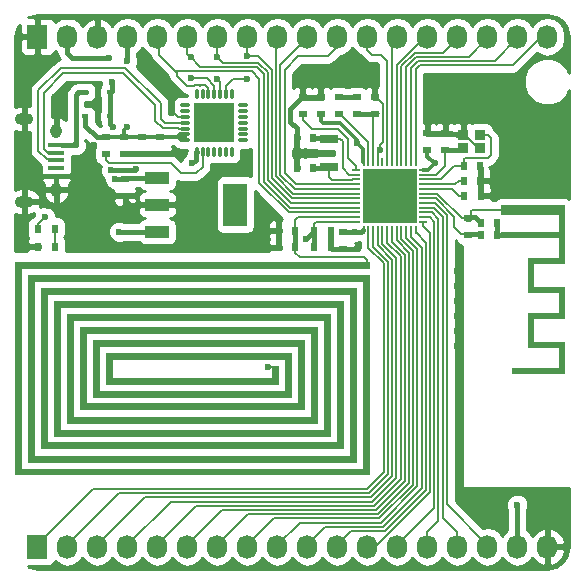
<source format=gtl>
G04 #@! TF.FileFunction,Copper,L1,Top,Signal*
%FSLAX46Y46*%
G04 Gerber Fmt 4.6, Leading zero omitted, Abs format (unit mm)*
G04 Created by KiCad (PCBNEW (2016-06-08 BZR 6904)-stable) date Sat Jun 25 00:42:27 2016*
%MOMM*%
%LPD*%
G01*
G04 APERTURE LIST*
%ADD10C,0.152400*%
%ADD11C,0.010000*%
%ADD12C,0.600000*%
%ADD13R,0.590000X0.450000*%
%ADD14R,0.600000X0.800000*%
%ADD15R,1.727200X2.032000*%
%ADD16O,1.727200X2.032000*%
%ADD17R,2.032000X3.657600*%
%ADD18R,2.032000X1.016000*%
%ADD19R,0.800000X0.600000*%
%ADD20R,1.520000X1.520000*%
%ADD21R,0.680000X0.250000*%
%ADD22R,0.250000X0.680000*%
%ADD23R,1.500000X0.800000*%
%ADD24R,0.950000X0.850000*%
%ADD25O,0.850000X0.300000*%
%ADD26O,0.300000X0.850000*%
%ADD27R,1.675000X1.675000*%
%ADD28R,0.500000X0.500000*%
%ADD29R,0.500000X0.900000*%
%ADD30R,1.350000X0.400000*%
%ADD31O,0.950000X1.250000*%
%ADD32O,1.550000X1.000000*%
%ADD33R,0.400000X0.400000*%
%ADD34C,0.406400*%
%ADD35C,0.203200*%
%ADD36C,0.304800*%
%ADD37C,0.254000*%
G04 APERTURE END LIST*
D10*
G36*
X72091000Y-44464000D02*
X67191000Y-44464000D01*
X67191000Y-44964000D01*
X72091000Y-44964000D01*
X72091000Y-44464000D01*
X72091000Y-44464000D01*
G37*
G36*
X72091000Y-42164000D02*
X67191000Y-42164000D01*
X67191000Y-43064000D01*
X72091000Y-43064000D01*
X72091000Y-42164000D01*
X72091000Y-42164000D01*
G37*
G36*
X72591000Y-42164000D02*
X72091000Y-42164000D01*
X72091000Y-47164000D01*
X72591000Y-47164000D01*
X72591000Y-42164000D01*
X72591000Y-42164000D01*
G37*
G36*
X72091000Y-46664000D02*
X69451000Y-46664000D01*
X69451000Y-47164000D01*
X72091000Y-47164000D01*
X72091000Y-46664000D01*
X72091000Y-46664000D01*
G37*
G36*
X69951000Y-47164000D02*
X69451000Y-47164000D01*
X69451000Y-49164000D01*
X69951000Y-49164000D01*
X69951000Y-47164000D01*
X69951000Y-47164000D01*
G37*
G36*
X72091000Y-49114000D02*
X69451000Y-49114000D01*
X69451000Y-49614000D01*
X72091000Y-49614000D01*
X72091000Y-49114000D01*
X72091000Y-49114000D01*
G37*
G36*
X72591000Y-49114000D02*
X72091000Y-49114000D01*
X72091000Y-51814000D01*
X72591000Y-51814000D01*
X72591000Y-49114000D01*
X72591000Y-49114000D01*
G37*
G36*
X72091000Y-51314000D02*
X69451000Y-51314000D01*
X69451000Y-51814000D01*
X72091000Y-51814000D01*
X72091000Y-51314000D01*
X72091000Y-51314000D01*
G37*
G36*
X69951000Y-51814000D02*
X69451000Y-51814000D01*
X69451000Y-53814000D01*
X69951000Y-53814000D01*
X69951000Y-51814000D01*
X69951000Y-51814000D01*
G37*
G36*
X72091000Y-53814000D02*
X69451000Y-53814000D01*
X69451000Y-54314000D01*
X72091000Y-54314000D01*
X72091000Y-53814000D01*
X72091000Y-53814000D01*
G37*
G36*
X72591000Y-53814000D02*
X72091000Y-53814000D01*
X72091000Y-56514000D01*
X72591000Y-56514000D01*
X72591000Y-53814000D01*
X72591000Y-53814000D01*
G37*
G36*
X72091000Y-56014000D02*
X68151000Y-56014000D01*
X68151000Y-56514000D01*
X72091000Y-56514000D01*
X72091000Y-56014000D01*
X72091000Y-56014000D01*
G37*
D11*
G36*
X56058675Y-47504350D02*
X26547050Y-47504350D01*
X26547050Y-64506475D01*
X55534800Y-64506475D01*
X55534800Y-48615600D01*
X27658300Y-48615600D01*
X27658300Y-63411100D01*
X54423550Y-63411100D01*
X54423550Y-49710975D01*
X28753675Y-49710975D01*
X28753675Y-62299850D01*
X53328175Y-62299850D01*
X53328175Y-50806350D01*
X29849050Y-50806350D01*
X29849050Y-61204475D01*
X52232800Y-61204475D01*
X52232800Y-51917600D01*
X30944425Y-51917600D01*
X30944425Y-60109100D01*
X51121550Y-60109100D01*
X51121550Y-53012975D01*
X32055675Y-53012975D01*
X32055675Y-58997850D01*
X50026175Y-58997850D01*
X50026175Y-54108350D01*
X33151050Y-54108350D01*
X33151050Y-57902475D01*
X48930800Y-57902475D01*
X48930800Y-55219600D01*
X34246425Y-55219600D01*
X34246425Y-56807100D01*
X47819550Y-56807100D01*
X47819550Y-55806975D01*
X48343425Y-55806975D01*
X48343425Y-57315100D01*
X33738425Y-57315100D01*
X33738425Y-54711600D01*
X49454675Y-54711600D01*
X49454675Y-58431433D01*
X49061768Y-58420988D01*
X49021090Y-58420329D01*
X48949670Y-58419681D01*
X48848518Y-58419044D01*
X48718643Y-58418420D01*
X48561053Y-58417810D01*
X48376757Y-58417215D01*
X48166764Y-58416638D01*
X47932083Y-58416078D01*
X47673722Y-58415538D01*
X47392692Y-58415018D01*
X47089999Y-58414519D01*
X46766654Y-58414044D01*
X46423665Y-58413593D01*
X46062041Y-58413167D01*
X45682790Y-58412769D01*
X45286922Y-58412398D01*
X44875445Y-58412056D01*
X44449369Y-58411746D01*
X44009702Y-58411466D01*
X43557452Y-58411220D01*
X43093630Y-58411009D01*
X42619243Y-58410833D01*
X42135300Y-58410693D01*
X41642811Y-58410592D01*
X41142784Y-58410530D01*
X40655956Y-58410509D01*
X32643050Y-58410475D01*
X32643050Y-53600350D01*
X50550050Y-53600350D01*
X50550050Y-59505850D01*
X31547675Y-59505850D01*
X31547675Y-52504975D01*
X51645425Y-52504975D01*
X51645425Y-60617100D01*
X30436425Y-60617100D01*
X30436425Y-51409600D01*
X52756675Y-51409600D01*
X52756675Y-61712475D01*
X29341050Y-61712475D01*
X29341050Y-50298350D01*
X53852050Y-50298350D01*
X53852050Y-62807850D01*
X28245675Y-62807850D01*
X28245675Y-49202975D01*
X54947425Y-49202975D01*
X54947425Y-63919100D01*
X27150300Y-63919100D01*
X27150300Y-48107600D01*
X56058675Y-48107600D01*
X56058675Y-64982725D01*
X26070800Y-64982725D01*
X26070800Y-46996350D01*
X56058675Y-46996350D01*
X56058675Y-47504350D01*
X56058675Y-47504350D01*
G37*
X56058675Y-47504350D02*
X26547050Y-47504350D01*
X26547050Y-64506475D01*
X55534800Y-64506475D01*
X55534800Y-48615600D01*
X27658300Y-48615600D01*
X27658300Y-63411100D01*
X54423550Y-63411100D01*
X54423550Y-49710975D01*
X28753675Y-49710975D01*
X28753675Y-62299850D01*
X53328175Y-62299850D01*
X53328175Y-50806350D01*
X29849050Y-50806350D01*
X29849050Y-61204475D01*
X52232800Y-61204475D01*
X52232800Y-51917600D01*
X30944425Y-51917600D01*
X30944425Y-60109100D01*
X51121550Y-60109100D01*
X51121550Y-53012975D01*
X32055675Y-53012975D01*
X32055675Y-58997850D01*
X50026175Y-58997850D01*
X50026175Y-54108350D01*
X33151050Y-54108350D01*
X33151050Y-57902475D01*
X48930800Y-57902475D01*
X48930800Y-55219600D01*
X34246425Y-55219600D01*
X34246425Y-56807100D01*
X47819550Y-56807100D01*
X47819550Y-55806975D01*
X48343425Y-55806975D01*
X48343425Y-57315100D01*
X33738425Y-57315100D01*
X33738425Y-54711600D01*
X49454675Y-54711600D01*
X49454675Y-58431433D01*
X49061768Y-58420988D01*
X49021090Y-58420329D01*
X48949670Y-58419681D01*
X48848518Y-58419044D01*
X48718643Y-58418420D01*
X48561053Y-58417810D01*
X48376757Y-58417215D01*
X48166764Y-58416638D01*
X47932083Y-58416078D01*
X47673722Y-58415538D01*
X47392692Y-58415018D01*
X47089999Y-58414519D01*
X46766654Y-58414044D01*
X46423665Y-58413593D01*
X46062041Y-58413167D01*
X45682790Y-58412769D01*
X45286922Y-58412398D01*
X44875445Y-58412056D01*
X44449369Y-58411746D01*
X44009702Y-58411466D01*
X43557452Y-58411220D01*
X43093630Y-58411009D01*
X42619243Y-58410833D01*
X42135300Y-58410693D01*
X41642811Y-58410592D01*
X41142784Y-58410530D01*
X40655956Y-58410509D01*
X32643050Y-58410475D01*
X32643050Y-53600350D01*
X50550050Y-53600350D01*
X50550050Y-59505850D01*
X31547675Y-59505850D01*
X31547675Y-52504975D01*
X51645425Y-52504975D01*
X51645425Y-60617100D01*
X30436425Y-60617100D01*
X30436425Y-51409600D01*
X52756675Y-51409600D01*
X52756675Y-61712475D01*
X29341050Y-61712475D01*
X29341050Y-50298350D01*
X53852050Y-50298350D01*
X53852050Y-62807850D01*
X28245675Y-62807850D01*
X28245675Y-49202975D01*
X54947425Y-49202975D01*
X54947425Y-63919100D01*
X27150300Y-63919100D01*
X27150300Y-48107600D01*
X56058675Y-48107600D01*
X56058675Y-64982725D01*
X26070800Y-64982725D01*
X26070800Y-46996350D01*
X56058675Y-46996350D01*
X56058675Y-47504350D01*
D12*
X29972000Y-33274000D03*
X37338000Y-30480000D03*
X26416000Y-44831000D03*
X26416000Y-43561000D03*
X30226000Y-42926000D03*
X28956000Y-42291000D03*
X63500000Y-52832000D03*
X63500000Y-54102000D03*
X63500000Y-51562000D03*
X63500000Y-50292000D03*
X63500000Y-49022000D03*
X63500000Y-47752000D03*
X34036000Y-43434000D03*
X34036000Y-42164000D03*
X32766000Y-42799000D03*
X32766000Y-44069000D03*
D13*
X34114000Y-34671000D03*
X32004000Y-34671000D03*
D12*
X67310000Y-40005000D03*
D14*
X64070000Y-41402000D03*
X65470000Y-41402000D03*
D12*
X64770000Y-34925000D03*
X64770000Y-32385000D03*
X64770000Y-33655000D03*
X46736000Y-42164000D03*
X47244000Y-45720000D03*
X69850000Y-33655000D03*
X71120000Y-34290000D03*
X72644000Y-67564000D03*
X71374000Y-67564000D03*
X71374000Y-68834000D03*
X72644000Y-68834000D03*
X70104000Y-67564000D03*
X70104000Y-68834000D03*
X26428700Y-38811200D03*
X26428700Y-40081200D03*
X26428700Y-37541200D03*
X26428700Y-36271200D03*
X45974000Y-38100000D03*
X45974000Y-39370000D03*
X44704000Y-39370000D03*
X43434000Y-39370000D03*
X42164000Y-40640000D03*
X50038000Y-31750000D03*
X56388000Y-30480000D03*
X56388000Y-31750000D03*
X63500000Y-31750000D03*
X63500000Y-33020000D03*
X63500000Y-34290000D03*
X66040000Y-31750000D03*
X68580000Y-31750000D03*
X60960000Y-34290000D03*
X62230000Y-34925000D03*
X50038000Y-37846000D03*
D15*
X27940000Y-27940000D03*
D16*
X30480000Y-27940000D03*
X33020000Y-27940000D03*
X35560000Y-27940000D03*
X38100000Y-27940000D03*
X40640000Y-27940000D03*
X43180000Y-27940000D03*
X45720000Y-27940000D03*
X48260000Y-27940000D03*
X50800000Y-27940000D03*
X53340000Y-27940000D03*
X55880000Y-27940000D03*
X58420000Y-27940000D03*
X60960000Y-27940000D03*
X63500000Y-27940000D03*
X66040000Y-27940000D03*
X68580000Y-27940000D03*
X71120000Y-27940000D03*
D12*
X42164000Y-43180000D03*
X42164000Y-41910000D03*
X40894000Y-41910000D03*
X40894000Y-43180000D03*
X32766000Y-40259000D03*
X32766000Y-37084000D03*
X31496000Y-39624000D03*
X34036000Y-40894000D03*
X32766000Y-41529000D03*
X51308000Y-30480000D03*
X53848000Y-30480000D03*
X52578000Y-30480000D03*
X55118000Y-30480000D03*
X51308000Y-31750000D03*
X53848000Y-31750000D03*
X55118000Y-31750000D03*
X52578000Y-31750000D03*
X67310000Y-34925000D03*
X67310000Y-36195000D03*
X67310000Y-37465000D03*
X67310000Y-38735000D03*
X71120000Y-35560000D03*
X68580000Y-35560000D03*
X69850000Y-34925000D03*
X60960000Y-31750000D03*
X62230000Y-32385000D03*
X62230000Y-33655000D03*
X60960000Y-33020000D03*
X67310000Y-32385000D03*
X68580000Y-34290000D03*
X67310000Y-33655000D03*
X66040000Y-34290000D03*
X66040000Y-33020000D03*
X68580000Y-33020000D03*
X68580000Y-40640000D03*
X68580000Y-38100000D03*
X68580000Y-39370000D03*
X69850000Y-40005000D03*
X71120000Y-40640000D03*
X71120000Y-39370000D03*
X69850000Y-38735000D03*
X71120000Y-38100000D03*
X69850000Y-37465000D03*
X68580000Y-36830000D03*
X71120000Y-36830000D03*
X69850000Y-36195000D03*
X31496000Y-40894000D03*
X31496000Y-42164000D03*
X31496000Y-43434000D03*
D17*
X44704000Y-42164000D03*
D18*
X38100000Y-42164000D03*
X38100000Y-44450000D03*
X38100000Y-39878000D03*
D14*
X48385500Y-44386500D03*
X49785500Y-44386500D03*
X51371500Y-44386500D03*
X52771500Y-44386500D03*
D19*
X35306000Y-37847500D03*
X35306000Y-36447500D03*
X36830000Y-37847500D03*
X36830000Y-36447500D03*
X38354000Y-37847500D03*
X38354000Y-36447500D03*
X56515000Y-34482000D03*
X56515000Y-33082000D03*
X53467000Y-34482000D03*
X53467000Y-33082000D03*
X54991000Y-33082000D03*
X54991000Y-34482000D03*
D20*
X57760500Y-42947500D03*
X59280500Y-41427500D03*
X56240500Y-41427500D03*
X57760500Y-41427500D03*
X57760500Y-39907500D03*
D21*
X54900500Y-39227500D03*
X54900500Y-39627500D03*
X54900500Y-40027500D03*
X54900500Y-40427500D03*
X54900500Y-40827500D03*
X54900500Y-41227500D03*
X54900500Y-41627500D03*
X54900500Y-42027500D03*
X54900500Y-42427500D03*
X54900500Y-42827500D03*
X54900500Y-43227500D03*
X54900500Y-43627500D03*
D22*
X55560500Y-44287500D03*
X55960500Y-44287500D03*
X56360500Y-44287500D03*
X56760500Y-44287500D03*
X57160500Y-44287500D03*
X57560500Y-44287500D03*
X57960500Y-44287500D03*
X58360500Y-44287500D03*
X58760500Y-44287500D03*
X59160500Y-44287500D03*
X59560500Y-44287500D03*
X59960500Y-44287500D03*
D21*
X60620500Y-43627500D03*
X60620500Y-43227500D03*
X60620500Y-42827500D03*
X60620500Y-42427500D03*
X60620500Y-42027500D03*
X60620500Y-41627500D03*
X60620500Y-41227500D03*
X60620500Y-40827500D03*
X60620500Y-40427500D03*
X60620500Y-40027500D03*
X60620500Y-39627500D03*
X60620500Y-39227500D03*
D22*
X59960500Y-38567500D03*
X59560500Y-38567500D03*
X59160500Y-38567500D03*
X58760500Y-38567500D03*
X58360500Y-38567500D03*
X57960500Y-38567500D03*
X57560500Y-38567500D03*
X57160500Y-38567500D03*
X56760500Y-38567500D03*
X56360500Y-38567500D03*
X55960500Y-38567500D03*
X55560500Y-38567500D03*
D20*
X56240500Y-39907500D03*
X59280500Y-39907500D03*
X59280500Y-42947500D03*
X56240500Y-42947500D03*
D12*
X56260500Y-39927500D03*
X57260500Y-39927500D03*
X58260500Y-39927500D03*
X59260500Y-39927500D03*
X56260500Y-40927500D03*
X57260500Y-40927500D03*
X58260500Y-40927500D03*
X59260500Y-40927500D03*
X56260500Y-41927500D03*
X57260500Y-41927500D03*
X58260500Y-41927500D03*
X59260500Y-41927500D03*
X56260500Y-42927500D03*
X57260500Y-42927500D03*
X58260500Y-42927500D03*
X59260500Y-42927500D03*
D23*
X52641500Y-36582500D03*
X52641500Y-38982500D03*
D24*
X65458000Y-37401500D03*
X65458000Y-36251500D03*
X64008000Y-36251500D03*
X64008000Y-37401500D03*
D14*
X49909500Y-36512500D03*
X51309500Y-36512500D03*
X51309500Y-39052500D03*
X49909500Y-39052500D03*
D19*
X53848000Y-44512000D03*
X53848000Y-45912000D03*
X60960000Y-37528500D03*
X60960000Y-36128500D03*
X51943000Y-34482000D03*
X51943000Y-33082000D03*
X50419000Y-34482000D03*
X50419000Y-33082000D03*
D14*
X64045500Y-40157500D03*
X65445500Y-40157500D03*
X64045500Y-38887500D03*
X65445500Y-38887500D03*
D19*
X62484000Y-36128500D03*
X62484000Y-37528500D03*
X64389000Y-44704000D03*
X64389000Y-43304000D03*
D14*
X66867000Y-43688000D03*
X65467000Y-43688000D03*
X65467000Y-44704000D03*
X66867000Y-44704000D03*
D19*
X35369500Y-41403500D03*
X35369500Y-40003500D03*
X33782000Y-37847500D03*
X33782000Y-36447500D03*
D14*
X48385500Y-45783500D03*
X49785500Y-45783500D03*
X51371500Y-45783500D03*
X52771500Y-45783500D03*
D25*
X40476000Y-33716000D03*
X40476000Y-34216000D03*
X40476000Y-34716000D03*
X40476000Y-35216000D03*
X40476000Y-35716000D03*
X40476000Y-36216000D03*
X40476000Y-36716000D03*
D26*
X41426000Y-37666000D03*
X41926000Y-37666000D03*
X42426000Y-37666000D03*
X42926000Y-37666000D03*
X43426000Y-37666000D03*
X43926000Y-37666000D03*
X44426000Y-37666000D03*
D25*
X45376000Y-36716000D03*
X45376000Y-36216000D03*
X45376000Y-35716000D03*
X45376000Y-35216000D03*
X45376000Y-34716000D03*
X45376000Y-34216000D03*
X45376000Y-33716000D03*
D26*
X44426000Y-32766000D03*
X43926000Y-32766000D03*
X43426000Y-32766000D03*
X42926000Y-32766000D03*
X42426000Y-32766000D03*
X41926000Y-32766000D03*
X41426000Y-32766000D03*
D27*
X43763500Y-36053500D03*
X43763500Y-34378500D03*
X42088500Y-36053500D03*
X42088500Y-34378500D03*
D28*
X67441000Y-44714000D03*
D29*
X67441000Y-42614000D03*
D15*
X27940000Y-71120000D03*
D16*
X30480000Y-71120000D03*
X33020000Y-71120000D03*
X35560000Y-71120000D03*
X38100000Y-71120000D03*
X40640000Y-71120000D03*
X43180000Y-71120000D03*
X45720000Y-71120000D03*
X48260000Y-71120000D03*
X50800000Y-71120000D03*
X53340000Y-71120000D03*
X55880000Y-71120000D03*
X58420000Y-71120000D03*
X60960000Y-71120000D03*
X63500000Y-71120000D03*
X66040000Y-71120000D03*
X68580000Y-71120000D03*
X71120000Y-71120000D03*
D30*
X29547800Y-37110000D03*
X29547800Y-37760000D03*
X29547800Y-38410000D03*
X29547800Y-39060000D03*
X29547800Y-39710000D03*
D31*
X29547800Y-35910000D03*
X29547800Y-40910000D03*
D32*
X26847800Y-34910000D03*
X26847800Y-41910000D03*
D33*
X55856800Y-47281600D03*
X48056800Y-55981600D03*
D13*
X34114000Y-32639000D03*
X32004000Y-32639000D03*
D14*
X27977000Y-45720000D03*
X29427000Y-45720000D03*
X29402000Y-44196000D03*
X28002000Y-44196000D03*
D12*
X39179500Y-32829500D03*
X55118000Y-45847000D03*
X39624000Y-37846000D03*
X39624000Y-37846000D03*
X27940000Y-30226000D03*
X56947500Y-37511500D03*
X34544000Y-40005000D03*
X34371600Y-35560000D03*
X34290000Y-31750000D03*
X34036000Y-29718000D03*
X40970200Y-31470600D03*
X40919400Y-29692600D03*
X43180000Y-29692602D03*
X45720000Y-29595768D03*
X34861500Y-44450000D03*
X35560000Y-35560000D03*
X35560000Y-29972000D03*
X55014912Y-36931600D03*
X54864000Y-44449998D03*
X68580000Y-67564000D03*
X61595000Y-38608000D03*
X50673000Y-45085000D03*
X47497982Y-55880000D03*
X43179998Y-31542010D03*
X45720000Y-31542010D03*
X31178500Y-37147502D03*
X34163000Y-39243000D03*
X36322000Y-39162010D03*
X41073756Y-38660756D03*
X28575000Y-43180000D03*
D34*
X29547800Y-39710000D02*
X26799900Y-39710000D01*
X26799900Y-39710000D02*
X26428700Y-40081200D01*
X29547800Y-39710000D02*
X31410000Y-39710000D01*
X31410000Y-39710000D02*
X31496000Y-39624000D01*
D35*
X39179500Y-34047700D02*
X39179500Y-32829500D01*
X40476000Y-34716000D02*
X39847800Y-34716000D01*
X39847800Y-34716000D02*
X39179500Y-34047700D01*
D34*
X29547800Y-39710000D02*
X29547800Y-40910000D01*
X53848000Y-45912000D02*
X55053000Y-45912000D01*
X55053000Y-45912000D02*
X55118000Y-45847000D01*
X48385500Y-45783500D02*
X47307500Y-45783500D01*
X47307500Y-45783500D02*
X47244000Y-45720000D01*
X48385500Y-44386500D02*
X48385500Y-45783500D01*
D35*
X60620500Y-41227500D02*
X61801500Y-41227500D01*
X64259000Y-43307000D02*
X64324000Y-43242000D01*
X61801500Y-41227500D02*
X63881000Y-43307000D01*
X63881000Y-43307000D02*
X64259000Y-43307000D01*
X64324000Y-43242000D02*
X64643000Y-43242000D01*
X64643000Y-42738800D02*
X64643000Y-43242000D01*
X67441000Y-42614000D02*
X64767800Y-42614000D01*
X64767800Y-42614000D02*
X64643000Y-42738800D01*
D34*
X64643000Y-43242000D02*
X65021000Y-43242000D01*
X65021000Y-43242000D02*
X65467000Y-43688000D01*
X65445500Y-40157500D02*
X65445500Y-38887500D01*
X65470000Y-41402000D02*
X65470000Y-40182000D01*
X65470000Y-40182000D02*
X65445500Y-40157500D01*
X71120000Y-71120000D02*
X71120000Y-67818000D01*
X71120000Y-67818000D02*
X71374000Y-67564000D01*
D35*
X67441000Y-42614000D02*
X67441000Y-42668000D01*
X57204890Y-36829846D02*
X57204890Y-33671890D01*
X57204890Y-33671890D02*
X56615000Y-33082000D01*
X56615000Y-33082000D02*
X56515000Y-33082000D01*
X56947500Y-37511500D02*
X56947500Y-37087236D01*
X56947500Y-37087236D02*
X57204890Y-36829846D01*
D34*
X53848000Y-45912000D02*
X52900000Y-45912000D01*
X52900000Y-45912000D02*
X52771500Y-45783500D01*
X52832000Y-44323000D02*
X52832000Y-45463000D01*
X50319000Y-33082000D02*
X50419000Y-33082000D01*
X49326877Y-34074123D02*
X50319000Y-33082000D01*
X49909500Y-35706100D02*
X49326877Y-35123477D01*
X49909500Y-36512500D02*
X49909500Y-35706100D01*
X49326877Y-35123477D02*
X49326877Y-34074123D01*
X38100000Y-42164000D02*
X35750500Y-42164000D01*
X35750500Y-42164000D02*
X35369500Y-41783000D01*
X35369500Y-41783000D02*
X35369500Y-41403500D01*
D35*
X64008000Y-36251500D02*
X64128000Y-36251500D01*
X64128000Y-36251500D02*
X65278000Y-37401500D01*
X65278000Y-37401500D02*
X65458000Y-37401500D01*
D34*
X36830000Y-37847500D02*
X35306000Y-37847500D01*
X38354000Y-37847500D02*
X36830000Y-37847500D01*
X39624000Y-37846000D02*
X38355500Y-37846000D01*
X38355500Y-37846000D02*
X38354000Y-37847500D01*
X50419000Y-33082000D02*
X51943000Y-33082000D01*
X65445500Y-40157500D02*
X65491601Y-40111399D01*
D35*
X53846500Y-45913500D02*
X53848000Y-45912000D01*
D34*
X62459500Y-36155500D02*
X63641500Y-36155500D01*
X63641500Y-36155500D02*
X63766500Y-36280500D01*
X60935500Y-36155500D02*
X62459500Y-36155500D01*
X49909500Y-39052500D02*
X49909500Y-36512500D01*
D35*
X39621000Y-37849000D02*
X39624000Y-37846000D01*
D34*
X27940000Y-30226000D02*
X27940000Y-27940000D01*
D35*
X63973702Y-36280500D02*
X63766500Y-36280500D01*
D34*
X33020000Y-26517600D02*
X32752400Y-26250000D01*
X32752400Y-26250000D02*
X28207600Y-26250000D01*
X28207600Y-26250000D02*
X27940000Y-26517600D01*
X27940000Y-26517600D02*
X27940000Y-27940000D01*
D35*
X56760500Y-38567500D02*
X56760500Y-37698500D01*
X56760500Y-37698500D02*
X56947500Y-37511500D01*
X27940000Y-27940000D02*
X27940000Y-27560000D01*
X63916500Y-36280500D02*
X63766500Y-36280500D01*
D34*
X51309500Y-36512500D02*
X52571500Y-36512500D01*
X52571500Y-36512500D02*
X52641500Y-36582500D01*
D35*
X53784500Y-36766500D02*
X53600500Y-36582500D01*
X53600500Y-36582500D02*
X52641500Y-36582500D01*
X53784500Y-39047408D02*
X53784500Y-36766500D01*
X54900500Y-39627500D02*
X54364592Y-39627500D01*
X54364592Y-39627500D02*
X53784500Y-39047408D01*
D34*
X51309500Y-39052500D02*
X52571500Y-39052500D01*
X52571500Y-39052500D02*
X52641500Y-38982500D01*
D35*
X52875499Y-40048499D02*
X52641500Y-39814500D01*
X52641500Y-39814500D02*
X52641500Y-38982500D01*
X54900500Y-40027500D02*
X54587500Y-40027500D01*
X54566501Y-40048499D02*
X52875499Y-40048499D01*
X54587500Y-40027500D02*
X54566501Y-40048499D01*
D34*
X54991000Y-34482000D02*
X56515000Y-34482000D01*
D35*
X56832500Y-34418500D02*
X56261000Y-34418500D01*
X56360500Y-38567500D02*
X56360500Y-34518000D01*
X56360500Y-34518000D02*
X56261000Y-34418500D01*
X54900500Y-39227500D02*
X54900500Y-38899300D01*
X54900500Y-38899300D02*
X54203600Y-38202400D01*
X51171600Y-35737800D02*
X50419000Y-34985200D01*
X54203600Y-38202400D02*
X54203600Y-36587275D01*
X54203600Y-36587275D02*
X53354125Y-35737800D01*
X53354125Y-35737800D02*
X51171600Y-35737800D01*
X50419000Y-34985200D02*
X50419000Y-34482000D01*
X60620500Y-40827500D02*
X63052500Y-40827500D01*
X63052500Y-40827500D02*
X63627000Y-41402000D01*
X63627000Y-41402000D02*
X64070000Y-41402000D01*
X60620500Y-40427500D02*
X63331500Y-40427500D01*
X63331500Y-40427500D02*
X63601500Y-40157500D01*
X63601500Y-40157500D02*
X64045500Y-40157500D01*
X65216500Y-36280500D02*
X66125500Y-36280500D01*
X66125500Y-36280500D02*
X66357500Y-36512500D01*
X66357500Y-36512500D02*
X66357500Y-37973000D01*
X64161400Y-38201600D02*
X64045500Y-38317500D01*
X66357500Y-37973000D02*
X66128900Y-38201600D01*
X66128900Y-38201600D02*
X64161400Y-38201600D01*
X64045500Y-38317500D02*
X64045500Y-38887500D01*
X60620500Y-40027500D02*
X62081500Y-40027500D01*
X63221500Y-38887500D02*
X64045500Y-38887500D01*
X62081500Y-40027500D02*
X63221500Y-38887500D01*
D34*
X62459500Y-37555500D02*
X63641500Y-37555500D01*
X63641500Y-37555500D02*
X63766500Y-37430500D01*
D35*
X60620500Y-39627500D02*
X61719500Y-39627500D01*
X62459500Y-38887500D02*
X62459500Y-37555500D01*
X61719500Y-39627500D02*
X62459500Y-38887500D01*
X60620500Y-41627500D02*
X61698592Y-41627500D01*
X61698592Y-41627500D02*
X63246000Y-43174908D01*
X63819000Y-44642000D02*
X64643000Y-44642000D01*
X63246000Y-43174908D02*
X63246000Y-44069000D01*
X63246000Y-44069000D02*
X63819000Y-44642000D01*
D34*
X64643000Y-44642000D02*
X65405000Y-44642000D01*
X65405000Y-44642000D02*
X65467000Y-44704000D01*
X34544000Y-40005000D02*
X35368000Y-40005000D01*
X35368000Y-40005000D02*
X35369500Y-40003500D01*
X34114000Y-34671000D02*
X34114000Y-35302400D01*
X34114000Y-35302400D02*
X34371600Y-35560000D01*
X34114000Y-32639000D02*
X34114000Y-34671000D01*
X34290000Y-31750000D02*
X34290000Y-32551000D01*
X34290000Y-32551000D02*
X34202000Y-32639000D01*
X30835600Y-29718000D02*
X34036000Y-29718000D01*
X30480000Y-27940000D02*
X30480000Y-29362400D01*
X30480000Y-29362400D02*
X30835600Y-29718000D01*
X38100000Y-39878000D02*
X35495000Y-39878000D01*
X35495000Y-39878000D02*
X35369500Y-40003500D01*
X53467000Y-33082000D02*
X54991000Y-33082000D01*
D35*
X55960500Y-38567500D02*
X55960500Y-36875500D01*
X55960500Y-36875500D02*
X53567000Y-34482000D01*
X53567000Y-34482000D02*
X53467000Y-34482000D01*
X57050888Y-69088088D02*
X50139512Y-69088088D01*
X59160500Y-44287500D02*
X59160500Y-44989761D01*
X48260000Y-70967600D02*
X48260000Y-71120000D01*
X60121723Y-66017253D02*
X57050888Y-69088088D01*
X60121723Y-45950985D02*
X60121723Y-66017253D01*
X50139512Y-69088088D02*
X48260000Y-70967600D01*
X59160500Y-44989761D02*
X60121723Y-45950985D01*
X58760500Y-44287500D02*
X58760500Y-45092670D01*
X56903591Y-68732477D02*
X47955123Y-68732477D01*
X47955123Y-68732477D02*
X45720000Y-70967600D01*
X59766112Y-46098283D02*
X59766112Y-65869956D01*
X58760500Y-45092670D02*
X59766112Y-46098283D01*
X59766112Y-65869956D02*
X56903591Y-68732477D01*
X45720000Y-70967600D02*
X45720000Y-71120000D01*
X43180000Y-70967600D02*
X43180000Y-71120000D01*
X56756294Y-68376866D02*
X45770734Y-68376866D01*
X59410501Y-46245581D02*
X59410501Y-65722659D01*
X58360500Y-45195579D02*
X59410501Y-46245581D01*
X59410501Y-65722659D02*
X56756294Y-68376866D01*
X58360500Y-44287500D02*
X58360500Y-45195579D01*
X45770734Y-68376866D02*
X43180000Y-70967600D01*
X40640000Y-70967600D02*
X40640000Y-71120000D01*
X56608997Y-68021255D02*
X43586345Y-68021255D01*
X57960500Y-44287500D02*
X57960500Y-45298488D01*
X59054890Y-65575362D02*
X56608997Y-68021255D01*
X59054890Y-46392879D02*
X59054890Y-65575362D01*
X43586345Y-68021255D02*
X40640000Y-70967600D01*
X57960500Y-45298488D02*
X59054890Y-46392879D01*
X41401956Y-67665644D02*
X38100000Y-70967600D01*
X56461700Y-67665644D02*
X41401956Y-67665644D01*
X58699279Y-65428065D02*
X56461700Y-67665644D01*
X38100000Y-70967600D02*
X38100000Y-71120000D01*
X58699279Y-46540177D02*
X58699279Y-65428065D01*
X57560500Y-45401397D02*
X58699279Y-46540177D01*
X57560500Y-44287500D02*
X57560500Y-45401397D01*
X58343668Y-65280768D02*
X56314403Y-67310033D01*
X56314403Y-67310033D02*
X39217567Y-67310033D01*
X35560000Y-70967600D02*
X35560000Y-71120000D01*
X58343668Y-46687475D02*
X58343668Y-65280768D01*
X57160500Y-44287500D02*
X57160500Y-45504306D01*
X39217567Y-67310033D02*
X35560000Y-70967600D01*
X57160500Y-45504306D02*
X58343668Y-46687475D01*
X57988057Y-65133471D02*
X56167106Y-66954422D01*
X56760500Y-44287500D02*
X56760500Y-45607215D01*
X56760500Y-45607215D02*
X57988057Y-46834773D01*
X33020000Y-70967600D02*
X33020000Y-71120000D01*
X57988057Y-46834773D02*
X57988057Y-65133471D01*
X37033178Y-66954422D02*
X33020000Y-70967600D01*
X56167106Y-66954422D02*
X37033178Y-66954422D01*
X56019809Y-66598811D02*
X34848789Y-66598811D01*
X57632446Y-64986174D02*
X56019809Y-66598811D01*
X57632446Y-46982071D02*
X57632446Y-64986174D01*
X34848789Y-66598811D02*
X30480000Y-70967600D01*
X56360501Y-45710126D02*
X57632446Y-46982071D01*
X56360500Y-44287500D02*
X56360501Y-45710126D01*
X30480000Y-70967600D02*
X30480000Y-71120000D01*
X55966910Y-45819444D02*
X55966910Y-44287500D01*
X27940000Y-70967600D02*
X32664400Y-66243200D01*
X57276835Y-47129369D02*
X55966910Y-45819444D01*
X55872512Y-66243200D02*
X57276835Y-64838877D01*
X57276835Y-64838877D02*
X57276835Y-47129369D01*
X32664400Y-66243200D02*
X55872512Y-66243200D01*
X27940000Y-71120000D02*
X27940000Y-70967600D01*
X54900500Y-42827500D02*
X49208047Y-42827500D01*
X49208047Y-42827500D02*
X46736000Y-40355453D01*
X46101000Y-30861000D02*
X39624000Y-30861000D01*
X46736000Y-40355453D02*
X46736000Y-31496000D01*
X46736000Y-31496000D02*
X46101000Y-30861000D01*
X39751000Y-30988000D02*
X39624000Y-30861000D01*
X39624000Y-30861000D02*
X38227000Y-29464000D01*
X42426000Y-32766000D02*
X42426000Y-32367600D01*
X42426000Y-32367600D02*
X42380810Y-32322410D01*
X42380810Y-32322410D02*
X42380810Y-32302612D01*
X41237612Y-32036190D02*
X41168202Y-32105600D01*
X42380810Y-32302612D02*
X42114388Y-32036190D01*
X41168202Y-32105600D02*
X40614600Y-32105600D01*
X42114388Y-32036190D02*
X41737612Y-32036190D01*
X41737612Y-32036190D02*
X41676000Y-32097802D01*
X41676000Y-32097802D02*
X41614388Y-32036190D01*
X41614388Y-32036190D02*
X41237612Y-32036190D01*
X39751000Y-31242000D02*
X39751000Y-30988000D01*
X40614600Y-32105600D02*
X39751000Y-31242000D01*
X38227000Y-29464000D02*
X38227000Y-28067000D01*
X38227000Y-28067000D02*
X38100000Y-27940000D01*
X38100000Y-28448000D02*
X38100000Y-27940000D01*
X38100000Y-27940000D02*
X38354000Y-27940000D01*
X47091611Y-31094702D02*
X46502298Y-30505389D01*
X46502298Y-30505389D02*
X41732189Y-30505389D01*
X47091611Y-40208156D02*
X47091611Y-31094702D01*
X49310955Y-42427500D02*
X47091611Y-40208156D01*
X41732189Y-30505389D02*
X40919400Y-29692600D01*
X54900500Y-42427500D02*
X49310955Y-42427500D01*
X42926000Y-32766000D02*
X42926000Y-32131000D01*
X42926000Y-32131000D02*
X42265600Y-31470600D01*
X42265600Y-31470600D02*
X40970200Y-31470600D01*
X40640000Y-27940000D02*
X40640000Y-29413200D01*
X40640000Y-29413200D02*
X40919400Y-29692600D01*
X43637176Y-30149778D02*
X43180000Y-29692602D01*
X47447222Y-40060858D02*
X47447222Y-30947404D01*
X46649596Y-30149778D02*
X43637176Y-30149778D01*
X47447222Y-30947404D02*
X46649596Y-30149778D01*
X49413864Y-42027500D02*
X47447222Y-40060858D01*
X54900500Y-42027500D02*
X49413864Y-42027500D01*
X43180000Y-27940000D02*
X43180000Y-29692602D01*
X49516773Y-41627500D02*
X47802833Y-39913560D01*
X46598495Y-29595768D02*
X45720000Y-29595768D01*
X54900500Y-41627500D02*
X49516773Y-41627500D01*
X47802833Y-39913560D02*
X47802833Y-30800106D01*
X47802833Y-30800106D02*
X46598495Y-29595768D01*
X45720000Y-27940000D02*
X45720000Y-29595768D01*
X54900500Y-41227500D02*
X49619682Y-41227500D01*
X49619682Y-41227500D02*
X48158444Y-39766262D01*
X48158444Y-39766262D02*
X48158444Y-28803556D01*
X48158444Y-28803556D02*
X48260000Y-28702000D01*
X48260000Y-28702000D02*
X48260000Y-27940000D01*
X48514055Y-39618964D02*
X48514055Y-30378345D01*
X48514055Y-30378345D02*
X50800000Y-28092400D01*
X54900500Y-40827500D02*
X49722591Y-40827500D01*
X50800000Y-28092400D02*
X50800000Y-27940000D01*
X49722591Y-40827500D02*
X48514055Y-39618964D01*
X54900500Y-40427500D02*
X49825500Y-40427500D01*
X53340000Y-28829000D02*
X53340000Y-27940000D01*
X49825500Y-40427500D02*
X48869666Y-39471666D01*
X50038000Y-29591000D02*
X52578000Y-29591000D01*
X48869666Y-39471666D02*
X48869666Y-30759334D01*
X52578000Y-29591000D02*
X53340000Y-28829000D01*
X48869666Y-30759334D02*
X50038000Y-29591000D01*
X57560500Y-38567500D02*
X57560500Y-30014200D01*
X57560500Y-30014200D02*
X57010300Y-29464000D01*
X57010300Y-29464000D02*
X56261000Y-29464000D01*
X56261000Y-29464000D02*
X55880000Y-29083000D01*
X55880000Y-29083000D02*
X55880000Y-27940000D01*
X57960500Y-38567500D02*
X57960500Y-28399500D01*
X57960500Y-28399500D02*
X58420000Y-27940000D01*
X60726364Y-27940000D02*
X60960000Y-27940000D01*
X58360500Y-30305864D02*
X60726364Y-27940000D01*
X58360500Y-38567500D02*
X58360500Y-30305864D01*
X62306233Y-29286167D02*
X63500000Y-28092400D01*
X63500000Y-28092400D02*
X63500000Y-27940000D01*
X59883106Y-29286167D02*
X62306233Y-29286167D01*
X58760500Y-30408773D02*
X59883106Y-29286167D01*
X58760500Y-38567500D02*
X58760500Y-30408773D01*
X59160500Y-38567500D02*
X59160500Y-30511682D01*
X66040000Y-28092400D02*
X66040000Y-27940000D01*
X64490622Y-29641778D02*
X66040000Y-28092400D01*
X60030404Y-29641778D02*
X64490622Y-29641778D01*
X59160500Y-30511682D02*
X60030404Y-29641778D01*
X66675011Y-29997389D02*
X68580000Y-28092400D01*
X59560500Y-38567500D02*
X59560500Y-30614591D01*
X68580000Y-28092400D02*
X68580000Y-27940000D01*
X60177702Y-29997389D02*
X66675011Y-29997389D01*
X59560500Y-30614591D02*
X60177702Y-29997389D01*
X59960500Y-38567500D02*
X59960500Y-30717500D01*
X59960500Y-30717500D02*
X60325000Y-30353000D01*
X68199000Y-30353000D02*
X70612000Y-27940000D01*
X60325000Y-30353000D02*
X68199000Y-30353000D01*
X70612000Y-27940000D02*
X71120000Y-27940000D01*
X66040000Y-70967600D02*
X66040000Y-71120000D01*
X60620500Y-42027500D02*
X61595684Y-42027500D01*
X62611000Y-43042816D02*
X62611000Y-67538600D01*
X62611000Y-67538600D02*
X66040000Y-70967600D01*
X61595684Y-42027500D02*
X62611000Y-43042816D01*
X62255389Y-68656189D02*
X63500000Y-69900800D01*
X63500000Y-69900800D02*
X63500000Y-71120000D01*
X61492776Y-42427500D02*
X62255389Y-43190113D01*
X60620500Y-42427500D02*
X61492776Y-42427500D01*
X62255389Y-43190113D02*
X62255389Y-68656189D01*
X61899778Y-68961022D02*
X60960000Y-69900800D01*
X60960000Y-69900800D02*
X60960000Y-71120000D01*
X61899778Y-43337410D02*
X61899778Y-68961022D01*
X61389868Y-42827500D02*
X61899778Y-43337410D01*
X60620500Y-42827500D02*
X61389868Y-42827500D01*
X61544167Y-67843433D02*
X58420000Y-70967600D01*
X58420000Y-70967600D02*
X58420000Y-71120000D01*
X61163700Y-43227500D02*
X61544167Y-43607967D01*
X61544167Y-43607967D02*
X61544167Y-67843433D01*
X60620500Y-43227500D02*
X61163700Y-43227500D01*
X60620500Y-43955700D02*
X61188556Y-44523756D01*
X60620500Y-43627500D02*
X60620500Y-43955700D01*
X61188556Y-66459144D02*
X56527700Y-71120000D01*
X61188556Y-44523756D02*
X61188556Y-66459144D01*
X56527700Y-71120000D02*
X55880000Y-71120000D01*
X60620500Y-43627500D02*
X60722500Y-43627500D01*
X59960500Y-44287500D02*
X59960500Y-44502500D01*
X54508290Y-69799310D02*
X53340000Y-70967600D01*
X59960500Y-44502500D02*
X60832945Y-45374945D01*
X60832945Y-45374945D02*
X60832945Y-66311847D01*
X60832945Y-66311847D02*
X57345482Y-69799310D01*
X57345482Y-69799310D02*
X54508290Y-69799310D01*
X53340000Y-70967600D02*
X53340000Y-71120000D01*
X57198185Y-69443699D02*
X52323901Y-69443699D01*
X50800000Y-70967600D02*
X50800000Y-71120000D01*
X60477334Y-66164550D02*
X57198185Y-69443699D01*
X60477334Y-45803687D02*
X60477334Y-66164550D01*
X59560500Y-44886852D02*
X60477334Y-45803687D01*
X52323901Y-69443699D02*
X50800000Y-70967600D01*
X59560500Y-44287500D02*
X59560500Y-44886852D01*
D34*
X68580000Y-71120000D02*
X68580000Y-67564000D01*
X33782000Y-36447500D02*
X32975600Y-36447500D01*
X32975600Y-36447500D02*
X32004000Y-35475900D01*
X32004000Y-35475900D02*
X32004000Y-34671000D01*
D36*
X40476000Y-36449000D02*
X39814500Y-36449000D01*
D34*
X38100000Y-44450000D02*
X34861500Y-44450000D01*
X53848000Y-44512000D02*
X55310000Y-44512000D01*
D36*
X61005301Y-39197699D02*
X60620500Y-39197699D01*
X55530699Y-37447387D02*
X55530699Y-38567500D01*
X61595000Y-38608000D02*
X61005301Y-39197699D01*
X35306000Y-35814000D02*
X35560000Y-35560000D01*
X55014912Y-36931600D02*
X55530699Y-37447387D01*
X38354000Y-36447500D02*
X40207500Y-36447500D01*
X40047500Y-36216000D02*
X39814500Y-36449000D01*
X53594000Y-35242500D02*
X55014912Y-36663412D01*
X55014912Y-36663412D02*
X55014912Y-36931600D01*
X33782000Y-36447500D02*
X35306000Y-36447500D01*
X40476000Y-36449000D02*
X40476000Y-36716000D01*
X35306000Y-36447500D02*
X36830000Y-36447500D01*
X36830000Y-36447500D02*
X38354000Y-36447500D01*
X40476000Y-36716000D02*
X40081500Y-36716000D01*
X51943000Y-34482000D02*
X51943000Y-35086800D01*
X40476000Y-36216000D02*
X40047500Y-36216000D01*
X55499000Y-44323000D02*
X55372002Y-44449998D01*
D34*
X55310000Y-44512000D02*
X55499000Y-44323000D01*
D36*
X40081500Y-36716000D02*
X39814500Y-36449000D01*
X40207500Y-36447500D02*
X40476000Y-36716000D01*
X35306000Y-36447500D02*
X35306000Y-35814000D01*
X60935500Y-37555500D02*
X60935500Y-38125500D01*
X51943000Y-35086800D02*
X52098700Y-35242500D01*
X55372002Y-44449998D02*
X54864000Y-44449998D01*
X52098700Y-35242500D02*
X53594000Y-35242500D01*
X40476000Y-36216000D02*
X40476000Y-36449000D01*
D34*
X35560000Y-29972000D02*
X35560000Y-27940000D01*
D36*
X60935500Y-38125500D02*
X61595000Y-38608000D01*
D35*
X41926000Y-37666000D02*
X41926000Y-38973000D01*
X41926000Y-38973000D02*
X41402000Y-39497000D01*
X41402000Y-39497000D02*
X40132000Y-39497000D01*
X40132000Y-39497000D02*
X39243000Y-38608000D01*
X39243000Y-38608000D02*
X34039300Y-38608000D01*
X34039300Y-38608000D02*
X33782000Y-38350700D01*
X33782000Y-38350700D02*
X33782000Y-37847500D01*
D34*
X66867000Y-43688000D02*
X66867000Y-44704000D01*
X66867000Y-44704000D02*
X67431000Y-44704000D01*
X67431000Y-44704000D02*
X67441000Y-44714000D01*
D35*
X49785500Y-45783500D02*
X49785500Y-46229500D01*
X49785500Y-46229500D02*
X50165000Y-46609000D01*
X50165000Y-46609000D02*
X55577240Y-46609000D01*
X55577240Y-46609000D02*
X55841560Y-46873320D01*
X55841560Y-46873320D02*
X55841560Y-47276520D01*
X49785500Y-44386500D02*
X49785500Y-43432500D01*
X49785500Y-43432500D02*
X49990500Y-43227500D01*
X49990500Y-43227500D02*
X54900500Y-43227500D01*
D34*
X49785500Y-44386500D02*
X49785500Y-45783500D01*
X51371500Y-44386500D02*
X50673000Y-45085000D01*
X51371500Y-44386500D02*
X51371500Y-45783500D01*
D35*
X54900500Y-43627500D02*
X51527300Y-43627500D01*
X51527300Y-43627500D02*
X51371500Y-43783300D01*
X51371500Y-43783300D02*
X51371500Y-44386500D01*
X47922246Y-55880000D02*
X47497982Y-55880000D01*
X47945040Y-55880000D02*
X47922246Y-55880000D01*
X48041560Y-55976520D02*
X47945040Y-55880000D01*
X43426000Y-31788012D02*
X43179998Y-31542010D01*
X43426000Y-32766000D02*
X43426000Y-31788012D01*
X44521790Y-31542010D02*
X45720000Y-31542010D01*
X43926000Y-32137800D02*
X44521790Y-31542010D01*
X43926000Y-32766000D02*
X43926000Y-32137800D01*
X37934900Y-35073786D02*
X38555714Y-35694600D01*
X39879600Y-35694600D02*
X39901000Y-35716000D01*
X38555714Y-35694600D02*
X39879600Y-35694600D01*
X39901000Y-35716000D02*
X40476000Y-35716000D01*
X37934900Y-33749688D02*
X37934900Y-35073786D01*
X35211312Y-31026100D02*
X37934900Y-33749688D01*
X30130188Y-31026100D02*
X35211312Y-31026100D01*
X28486100Y-32670188D02*
X30130188Y-31026100D01*
X28486100Y-37433812D02*
X28486100Y-32670188D01*
X28908688Y-37856400D02*
X28486100Y-37433812D01*
X29547800Y-37760000D02*
X29072800Y-37760000D01*
X29072800Y-37760000D02*
X28976400Y-37856400D01*
X28976400Y-37856400D02*
X28908688Y-37856400D01*
X38392100Y-34884410D02*
X38745090Y-35237400D01*
X39901000Y-35216000D02*
X40476000Y-35216000D01*
X38745090Y-35237400D02*
X39879600Y-35237400D01*
X39879600Y-35237400D02*
X39901000Y-35216000D01*
X38392100Y-33560312D02*
X38392100Y-34884410D01*
X35400688Y-30568900D02*
X38392100Y-33560312D01*
X29940812Y-30568900D02*
X35400688Y-30568900D01*
X28028900Y-32480812D02*
X29940812Y-30568900D01*
X28028900Y-37623188D02*
X28028900Y-32480812D01*
X28719312Y-38313600D02*
X28028900Y-37623188D01*
X29547800Y-38410000D02*
X29072800Y-38410000D01*
X29072800Y-38410000D02*
X28976400Y-38313600D01*
X28976400Y-38313600D02*
X28719312Y-38313600D01*
D34*
X32092000Y-32639000D02*
X31390600Y-32639000D01*
X31390600Y-32639000D02*
X31178500Y-32851100D01*
X31178500Y-32851100D02*
X31178500Y-37147502D01*
X31178500Y-37147502D02*
X30098852Y-37147502D01*
X30098852Y-37147502D02*
X30061350Y-37110000D01*
X34163000Y-39243000D02*
X36241010Y-39243000D01*
X36241010Y-39243000D02*
X36322000Y-39162010D01*
X41420390Y-37671610D02*
X41420390Y-37666000D01*
X41373755Y-38360757D02*
X41373755Y-37718245D01*
X41373755Y-37718245D02*
X41420390Y-37671610D01*
X41073756Y-38660756D02*
X41373755Y-38360757D01*
D35*
X29427000Y-45720000D02*
X29427000Y-44221000D01*
X29427000Y-44221000D02*
X29402000Y-44196000D01*
X29402000Y-45695000D02*
X29427000Y-45720000D01*
X29377791Y-45412175D02*
X29342791Y-45447175D01*
X28002000Y-44450000D02*
X28002000Y-43753000D01*
X28002000Y-43753000D02*
X28067000Y-43688000D01*
X28067000Y-43688000D02*
X28575000Y-43180000D01*
D37*
G36*
X63384656Y-45220660D02*
X63390843Y-45251765D01*
X63531191Y-45461809D01*
X63741235Y-45602157D01*
X63881000Y-45629958D01*
X63881000Y-66040000D01*
X63890667Y-66088601D01*
X63918197Y-66129803D01*
X63959399Y-66157333D01*
X64008000Y-66167000D01*
X72975000Y-66167000D01*
X72975000Y-71052533D01*
X72821398Y-71824743D01*
X72422193Y-72422193D01*
X71824741Y-72821398D01*
X71052533Y-72975000D01*
X28007467Y-72975000D01*
X27235257Y-72821398D01*
X27178449Y-72783440D01*
X28803600Y-72783440D01*
X29051365Y-72734157D01*
X29261409Y-72593809D01*
X29401757Y-72383765D01*
X29408984Y-72347434D01*
X29420330Y-72364415D01*
X29906511Y-72689271D01*
X30480000Y-72803345D01*
X31053489Y-72689271D01*
X31539670Y-72364415D01*
X31750000Y-72049634D01*
X31960330Y-72364415D01*
X32446511Y-72689271D01*
X33020000Y-72803345D01*
X33593489Y-72689271D01*
X34079670Y-72364415D01*
X34290000Y-72049634D01*
X34500330Y-72364415D01*
X34986511Y-72689271D01*
X35560000Y-72803345D01*
X36133489Y-72689271D01*
X36619670Y-72364415D01*
X36830000Y-72049634D01*
X37040330Y-72364415D01*
X37526511Y-72689271D01*
X38100000Y-72803345D01*
X38673489Y-72689271D01*
X39159670Y-72364415D01*
X39370000Y-72049634D01*
X39580330Y-72364415D01*
X40066511Y-72689271D01*
X40640000Y-72803345D01*
X41213489Y-72689271D01*
X41699670Y-72364415D01*
X41910000Y-72049634D01*
X42120330Y-72364415D01*
X42606511Y-72689271D01*
X43180000Y-72803345D01*
X43753489Y-72689271D01*
X44239670Y-72364415D01*
X44450000Y-72049634D01*
X44660330Y-72364415D01*
X45146511Y-72689271D01*
X45720000Y-72803345D01*
X46293489Y-72689271D01*
X46779670Y-72364415D01*
X46990000Y-72049634D01*
X47200330Y-72364415D01*
X47686511Y-72689271D01*
X48260000Y-72803345D01*
X48833489Y-72689271D01*
X49319670Y-72364415D01*
X49530000Y-72049634D01*
X49740330Y-72364415D01*
X50226511Y-72689271D01*
X50800000Y-72803345D01*
X51373489Y-72689271D01*
X51859670Y-72364415D01*
X52070000Y-72049634D01*
X52280330Y-72364415D01*
X52766511Y-72689271D01*
X53340000Y-72803345D01*
X53913489Y-72689271D01*
X54399670Y-72364415D01*
X54610000Y-72049634D01*
X54820330Y-72364415D01*
X55306511Y-72689271D01*
X55880000Y-72803345D01*
X56453489Y-72689271D01*
X56939670Y-72364415D01*
X57150000Y-72049634D01*
X57360330Y-72364415D01*
X57846511Y-72689271D01*
X58420000Y-72803345D01*
X58993489Y-72689271D01*
X59479670Y-72364415D01*
X59690000Y-72049634D01*
X59900330Y-72364415D01*
X60386511Y-72689271D01*
X60960000Y-72803345D01*
X61533489Y-72689271D01*
X62019670Y-72364415D01*
X62230000Y-72049634D01*
X62440330Y-72364415D01*
X62926511Y-72689271D01*
X63500000Y-72803345D01*
X64073489Y-72689271D01*
X64559670Y-72364415D01*
X64770000Y-72049634D01*
X64980330Y-72364415D01*
X65466511Y-72689271D01*
X66040000Y-72803345D01*
X66613489Y-72689271D01*
X67099670Y-72364415D01*
X67310000Y-72049634D01*
X67520330Y-72364415D01*
X68006511Y-72689271D01*
X68580000Y-72803345D01*
X69153489Y-72689271D01*
X69639670Y-72364415D01*
X69846461Y-72054931D01*
X70217964Y-72470732D01*
X70745209Y-72724709D01*
X70760974Y-72727358D01*
X70993000Y-72606217D01*
X70993000Y-71247000D01*
X71247000Y-71247000D01*
X71247000Y-72606217D01*
X71479026Y-72727358D01*
X71494791Y-72724709D01*
X72022036Y-72470732D01*
X72411954Y-72034320D01*
X72605184Y-71481913D01*
X72460924Y-71247000D01*
X71247000Y-71247000D01*
X70993000Y-71247000D01*
X70973000Y-71247000D01*
X70973000Y-70993000D01*
X70993000Y-70993000D01*
X70993000Y-69633783D01*
X71247000Y-69633783D01*
X71247000Y-70993000D01*
X72460924Y-70993000D01*
X72605184Y-70758087D01*
X72411954Y-70205680D01*
X72022036Y-69769268D01*
X71494791Y-69515291D01*
X71479026Y-69512642D01*
X71247000Y-69633783D01*
X70993000Y-69633783D01*
X70760974Y-69512642D01*
X70745209Y-69515291D01*
X70217964Y-69769268D01*
X69846461Y-70185069D01*
X69639670Y-69875585D01*
X69418200Y-69727603D01*
X69418200Y-67983528D01*
X69514838Y-67750799D01*
X69515162Y-67378833D01*
X69373117Y-67035057D01*
X69110327Y-66771808D01*
X68766799Y-66629162D01*
X68394833Y-66628838D01*
X68051057Y-66770883D01*
X67787808Y-67033673D01*
X67645162Y-67377201D01*
X67644838Y-67749167D01*
X67741800Y-67983834D01*
X67741800Y-69727603D01*
X67520330Y-69875585D01*
X67310000Y-70190366D01*
X67099670Y-69875585D01*
X66613489Y-69550729D01*
X66040000Y-69436655D01*
X65631934Y-69517824D01*
X63347600Y-67233490D01*
X63347600Y-45195900D01*
X63384656Y-45220660D01*
X63384656Y-45220660D01*
G37*
X63384656Y-45220660D02*
X63390843Y-45251765D01*
X63531191Y-45461809D01*
X63741235Y-45602157D01*
X63881000Y-45629958D01*
X63881000Y-66040000D01*
X63890667Y-66088601D01*
X63918197Y-66129803D01*
X63959399Y-66157333D01*
X64008000Y-66167000D01*
X72975000Y-66167000D01*
X72975000Y-71052533D01*
X72821398Y-71824743D01*
X72422193Y-72422193D01*
X71824741Y-72821398D01*
X71052533Y-72975000D01*
X28007467Y-72975000D01*
X27235257Y-72821398D01*
X27178449Y-72783440D01*
X28803600Y-72783440D01*
X29051365Y-72734157D01*
X29261409Y-72593809D01*
X29401757Y-72383765D01*
X29408984Y-72347434D01*
X29420330Y-72364415D01*
X29906511Y-72689271D01*
X30480000Y-72803345D01*
X31053489Y-72689271D01*
X31539670Y-72364415D01*
X31750000Y-72049634D01*
X31960330Y-72364415D01*
X32446511Y-72689271D01*
X33020000Y-72803345D01*
X33593489Y-72689271D01*
X34079670Y-72364415D01*
X34290000Y-72049634D01*
X34500330Y-72364415D01*
X34986511Y-72689271D01*
X35560000Y-72803345D01*
X36133489Y-72689271D01*
X36619670Y-72364415D01*
X36830000Y-72049634D01*
X37040330Y-72364415D01*
X37526511Y-72689271D01*
X38100000Y-72803345D01*
X38673489Y-72689271D01*
X39159670Y-72364415D01*
X39370000Y-72049634D01*
X39580330Y-72364415D01*
X40066511Y-72689271D01*
X40640000Y-72803345D01*
X41213489Y-72689271D01*
X41699670Y-72364415D01*
X41910000Y-72049634D01*
X42120330Y-72364415D01*
X42606511Y-72689271D01*
X43180000Y-72803345D01*
X43753489Y-72689271D01*
X44239670Y-72364415D01*
X44450000Y-72049634D01*
X44660330Y-72364415D01*
X45146511Y-72689271D01*
X45720000Y-72803345D01*
X46293489Y-72689271D01*
X46779670Y-72364415D01*
X46990000Y-72049634D01*
X47200330Y-72364415D01*
X47686511Y-72689271D01*
X48260000Y-72803345D01*
X48833489Y-72689271D01*
X49319670Y-72364415D01*
X49530000Y-72049634D01*
X49740330Y-72364415D01*
X50226511Y-72689271D01*
X50800000Y-72803345D01*
X51373489Y-72689271D01*
X51859670Y-72364415D01*
X52070000Y-72049634D01*
X52280330Y-72364415D01*
X52766511Y-72689271D01*
X53340000Y-72803345D01*
X53913489Y-72689271D01*
X54399670Y-72364415D01*
X54610000Y-72049634D01*
X54820330Y-72364415D01*
X55306511Y-72689271D01*
X55880000Y-72803345D01*
X56453489Y-72689271D01*
X56939670Y-72364415D01*
X57150000Y-72049634D01*
X57360330Y-72364415D01*
X57846511Y-72689271D01*
X58420000Y-72803345D01*
X58993489Y-72689271D01*
X59479670Y-72364415D01*
X59690000Y-72049634D01*
X59900330Y-72364415D01*
X60386511Y-72689271D01*
X60960000Y-72803345D01*
X61533489Y-72689271D01*
X62019670Y-72364415D01*
X62230000Y-72049634D01*
X62440330Y-72364415D01*
X62926511Y-72689271D01*
X63500000Y-72803345D01*
X64073489Y-72689271D01*
X64559670Y-72364415D01*
X64770000Y-72049634D01*
X64980330Y-72364415D01*
X65466511Y-72689271D01*
X66040000Y-72803345D01*
X66613489Y-72689271D01*
X67099670Y-72364415D01*
X67310000Y-72049634D01*
X67520330Y-72364415D01*
X68006511Y-72689271D01*
X68580000Y-72803345D01*
X69153489Y-72689271D01*
X69639670Y-72364415D01*
X69846461Y-72054931D01*
X70217964Y-72470732D01*
X70745209Y-72724709D01*
X70760974Y-72727358D01*
X70993000Y-72606217D01*
X70993000Y-71247000D01*
X71247000Y-71247000D01*
X71247000Y-72606217D01*
X71479026Y-72727358D01*
X71494791Y-72724709D01*
X72022036Y-72470732D01*
X72411954Y-72034320D01*
X72605184Y-71481913D01*
X72460924Y-71247000D01*
X71247000Y-71247000D01*
X70993000Y-71247000D01*
X70973000Y-71247000D01*
X70973000Y-70993000D01*
X70993000Y-70993000D01*
X70993000Y-69633783D01*
X71247000Y-69633783D01*
X71247000Y-70993000D01*
X72460924Y-70993000D01*
X72605184Y-70758087D01*
X72411954Y-70205680D01*
X72022036Y-69769268D01*
X71494791Y-69515291D01*
X71479026Y-69512642D01*
X71247000Y-69633783D01*
X70993000Y-69633783D01*
X70760974Y-69512642D01*
X70745209Y-69515291D01*
X70217964Y-69769268D01*
X69846461Y-70185069D01*
X69639670Y-69875585D01*
X69418200Y-69727603D01*
X69418200Y-67983528D01*
X69514838Y-67750799D01*
X69515162Y-67378833D01*
X69373117Y-67035057D01*
X69110327Y-66771808D01*
X68766799Y-66629162D01*
X68394833Y-66628838D01*
X68051057Y-66770883D01*
X67787808Y-67033673D01*
X67645162Y-67377201D01*
X67644838Y-67749167D01*
X67741800Y-67983834D01*
X67741800Y-69727603D01*
X67520330Y-69875585D01*
X67310000Y-70190366D01*
X67099670Y-69875585D01*
X66613489Y-69550729D01*
X66040000Y-69436655D01*
X65631934Y-69517824D01*
X63347600Y-67233490D01*
X63347600Y-45195900D01*
X63384656Y-45220660D01*
G36*
X71824741Y-26238602D02*
X72422193Y-26637807D01*
X72821398Y-27235257D01*
X72975000Y-28007467D01*
X72975000Y-31041437D01*
X72803782Y-30627057D01*
X72245880Y-30068181D01*
X71516573Y-29765346D01*
X70726891Y-29764657D01*
X69997057Y-30066218D01*
X69438181Y-30624120D01*
X69135346Y-31353427D01*
X69134657Y-32143109D01*
X69436218Y-32872943D01*
X69994120Y-33431819D01*
X70723427Y-33734654D01*
X71513109Y-33735343D01*
X72242943Y-33433782D01*
X72801819Y-32875880D01*
X72975000Y-32458814D01*
X72975000Y-41671547D01*
X72834004Y-41577336D01*
X72591000Y-41529000D01*
X67191000Y-41529000D01*
X67162849Y-41534599D01*
X67157250Y-41529000D01*
X67064690Y-41529000D01*
X66947997Y-41577336D01*
X66947996Y-41577336D01*
X66947995Y-41577337D01*
X66831301Y-41625673D01*
X66673975Y-41783000D01*
X66405000Y-41783000D01*
X66405000Y-41687750D01*
X66246250Y-41529000D01*
X65597000Y-41529000D01*
X65597000Y-41549000D01*
X65343000Y-41549000D01*
X65343000Y-41529000D01*
X65323000Y-41529000D01*
X65323000Y-41275000D01*
X65343000Y-41275000D01*
X65343000Y-40525750D01*
X65318500Y-40501250D01*
X65318500Y-40284500D01*
X65572500Y-40284500D01*
X65572500Y-41033750D01*
X65597000Y-41058250D01*
X65597000Y-41275000D01*
X66246250Y-41275000D01*
X66405000Y-41116250D01*
X66405000Y-40875690D01*
X66353010Y-40750176D01*
X66380500Y-40683810D01*
X66380500Y-40443250D01*
X66221750Y-40284500D01*
X65572500Y-40284500D01*
X65318500Y-40284500D01*
X65298500Y-40284500D01*
X65298500Y-40030500D01*
X65318500Y-40030500D01*
X65318500Y-39014500D01*
X65298500Y-39014500D01*
X65298500Y-38938200D01*
X65592500Y-38938200D01*
X65592500Y-39014500D01*
X65572500Y-39014500D01*
X65572500Y-40030500D01*
X66221750Y-40030500D01*
X66380500Y-39871750D01*
X66380500Y-39631190D01*
X66335479Y-39522500D01*
X66380500Y-39413810D01*
X66380500Y-39173250D01*
X66221752Y-39014502D01*
X66380500Y-39014502D01*
X66380500Y-38888154D01*
X66410785Y-38882130D01*
X66649755Y-38722455D01*
X66878355Y-38493855D01*
X67038030Y-38254885D01*
X67094100Y-37973000D01*
X67094100Y-36512505D01*
X67094101Y-36512500D01*
X67041945Y-36250296D01*
X67038030Y-36230615D01*
X66878355Y-35991645D01*
X66646355Y-35759645D01*
X66555000Y-35698603D01*
X66531157Y-35578735D01*
X66390809Y-35368691D01*
X66180765Y-35228343D01*
X65933000Y-35179060D01*
X64983000Y-35179060D01*
X64735235Y-35228343D01*
X64721084Y-35237799D01*
X64609309Y-35191500D01*
X64293750Y-35191500D01*
X64135000Y-35350250D01*
X64135000Y-36124500D01*
X64155000Y-36124500D01*
X64155000Y-36329060D01*
X63533000Y-36329060D01*
X63450267Y-36345517D01*
X63360250Y-36255500D01*
X62611000Y-36255500D01*
X62611000Y-36275500D01*
X62357000Y-36275500D01*
X62357000Y-36255500D01*
X61087000Y-36255500D01*
X61087000Y-36275500D01*
X60833000Y-36275500D01*
X60833000Y-36255500D01*
X60813000Y-36255500D01*
X60813000Y-36001500D01*
X60833000Y-36001500D01*
X60833000Y-35352250D01*
X61087000Y-35352250D01*
X61087000Y-36001500D01*
X62357000Y-36001500D01*
X62357000Y-35352250D01*
X62611000Y-35352250D01*
X62611000Y-36001500D01*
X62933750Y-36001500D01*
X63056750Y-36124500D01*
X63881000Y-36124500D01*
X63881000Y-35350250D01*
X63722250Y-35191500D01*
X63406691Y-35191500D01*
X63206086Y-35274593D01*
X63010310Y-35193500D01*
X62769750Y-35193500D01*
X62611000Y-35352250D01*
X62357000Y-35352250D01*
X62198250Y-35193500D01*
X61957690Y-35193500D01*
X61724301Y-35290173D01*
X61722000Y-35292474D01*
X61719699Y-35290173D01*
X61486310Y-35193500D01*
X61245750Y-35193500D01*
X61087000Y-35352250D01*
X60833000Y-35352250D01*
X60697100Y-35216350D01*
X60697100Y-31089600D01*
X68199000Y-31089600D01*
X68480885Y-31033530D01*
X68719855Y-30873855D01*
X70269519Y-29324191D01*
X70546511Y-29509271D01*
X71120000Y-29623345D01*
X71693489Y-29509271D01*
X72179670Y-29184415D01*
X72504526Y-28698234D01*
X72618600Y-28124745D01*
X72618600Y-27755255D01*
X72504526Y-27181766D01*
X72179670Y-26695585D01*
X71693489Y-26370729D01*
X71120000Y-26256655D01*
X70546511Y-26370729D01*
X70060330Y-26695585D01*
X69850000Y-27010366D01*
X69639670Y-26695585D01*
X69153489Y-26370729D01*
X68580000Y-26256655D01*
X68006511Y-26370729D01*
X67520330Y-26695585D01*
X67310000Y-27010366D01*
X67099670Y-26695585D01*
X66613489Y-26370729D01*
X66040000Y-26256655D01*
X65466511Y-26370729D01*
X64980330Y-26695585D01*
X64770000Y-27010366D01*
X64559670Y-26695585D01*
X64073489Y-26370729D01*
X63500000Y-26256655D01*
X62926511Y-26370729D01*
X62440330Y-26695585D01*
X62230000Y-27010366D01*
X62019670Y-26695585D01*
X61533489Y-26370729D01*
X60960000Y-26256655D01*
X60386511Y-26370729D01*
X59900330Y-26695585D01*
X59690000Y-27010366D01*
X59479670Y-26695585D01*
X58993489Y-26370729D01*
X58420000Y-26256655D01*
X57846511Y-26370729D01*
X57360330Y-26695585D01*
X57150000Y-27010366D01*
X56939670Y-26695585D01*
X56453489Y-26370729D01*
X55880000Y-26256655D01*
X55306511Y-26370729D01*
X54820330Y-26695585D01*
X54610000Y-27010366D01*
X54399670Y-26695585D01*
X53913489Y-26370729D01*
X53340000Y-26256655D01*
X52766511Y-26370729D01*
X52280330Y-26695585D01*
X52070000Y-27010366D01*
X51859670Y-26695585D01*
X51373489Y-26370729D01*
X50800000Y-26256655D01*
X50226511Y-26370729D01*
X49740330Y-26695585D01*
X49530000Y-27010366D01*
X49319670Y-26695585D01*
X48833489Y-26370729D01*
X48260000Y-26256655D01*
X47686511Y-26370729D01*
X47200330Y-26695585D01*
X46990000Y-27010366D01*
X46779670Y-26695585D01*
X46293489Y-26370729D01*
X45720000Y-26256655D01*
X45146511Y-26370729D01*
X44660330Y-26695585D01*
X44450000Y-27010366D01*
X44239670Y-26695585D01*
X43753489Y-26370729D01*
X43180000Y-26256655D01*
X42606511Y-26370729D01*
X42120330Y-26695585D01*
X41910000Y-27010366D01*
X41699670Y-26695585D01*
X41213489Y-26370729D01*
X40640000Y-26256655D01*
X40066511Y-26370729D01*
X39580330Y-26695585D01*
X39370000Y-27010366D01*
X39159670Y-26695585D01*
X38673489Y-26370729D01*
X38100000Y-26256655D01*
X37526511Y-26370729D01*
X37040330Y-26695585D01*
X36830000Y-27010366D01*
X36619670Y-26695585D01*
X36133489Y-26370729D01*
X35560000Y-26256655D01*
X34986511Y-26370729D01*
X34500330Y-26695585D01*
X34293539Y-27005069D01*
X33922036Y-26589268D01*
X33394791Y-26335291D01*
X33379026Y-26332642D01*
X33147000Y-26453783D01*
X33147000Y-27813000D01*
X33167000Y-27813000D01*
X33167000Y-28067000D01*
X33147000Y-28067000D01*
X33147000Y-28087000D01*
X32893000Y-28087000D01*
X32893000Y-28067000D01*
X32873000Y-28067000D01*
X32873000Y-27813000D01*
X32893000Y-27813000D01*
X32893000Y-26453783D01*
X32660974Y-26332642D01*
X32645209Y-26335291D01*
X32117964Y-26589268D01*
X31746461Y-27005069D01*
X31539670Y-26695585D01*
X31053489Y-26370729D01*
X30480000Y-26256655D01*
X29906511Y-26370729D01*
X29420330Y-26695585D01*
X29405500Y-26717780D01*
X29341927Y-26564302D01*
X29163299Y-26385673D01*
X28929910Y-26289000D01*
X28225750Y-26289000D01*
X28067000Y-26447750D01*
X28067000Y-27813000D01*
X28087000Y-27813000D01*
X28087000Y-28067000D01*
X28067000Y-28067000D01*
X28067000Y-29432250D01*
X28225750Y-29591000D01*
X28929910Y-29591000D01*
X29163299Y-29494327D01*
X29341927Y-29315698D01*
X29405500Y-29162220D01*
X29420330Y-29184415D01*
X29641800Y-29332397D01*
X29641800Y-29362400D01*
X29705604Y-29683166D01*
X29821156Y-29856101D01*
X29658927Y-29888370D01*
X29419957Y-30048045D01*
X27508045Y-31959957D01*
X27348370Y-32198927D01*
X27292300Y-32480812D01*
X27292300Y-33788510D01*
X27249800Y-33775000D01*
X26974800Y-33775000D01*
X26974800Y-34783000D01*
X26994800Y-34783000D01*
X26994800Y-35037000D01*
X26974800Y-35037000D01*
X26974800Y-36045000D01*
X27249800Y-36045000D01*
X27292300Y-36031490D01*
X27292300Y-37623188D01*
X27348370Y-37905073D01*
X27508045Y-38144043D01*
X28198457Y-38834455D01*
X28226689Y-38853319D01*
X28225360Y-38860000D01*
X28225360Y-39260000D01*
X28246017Y-39363852D01*
X28237800Y-39383690D01*
X28237800Y-39451250D01*
X28269758Y-39483208D01*
X28274643Y-39507765D01*
X28414991Y-39717809D01*
X28552964Y-39810000D01*
X28396550Y-39810000D01*
X28237800Y-39968750D01*
X28237800Y-40036310D01*
X28334473Y-40269699D01*
X28504890Y-40440115D01*
X28446571Y-40608869D01*
X28595237Y-40783000D01*
X29420800Y-40783000D01*
X29420800Y-40763000D01*
X29674800Y-40763000D01*
X29674800Y-40783000D01*
X30500363Y-40783000D01*
X30649029Y-40608869D01*
X30590710Y-40440115D01*
X30761127Y-40269699D01*
X30857800Y-40036310D01*
X30857800Y-39968750D01*
X30699050Y-39810000D01*
X30542636Y-39810000D01*
X30680609Y-39717809D01*
X30820957Y-39507765D01*
X30825842Y-39483208D01*
X30857800Y-39451250D01*
X30857800Y-39383690D01*
X30849583Y-39363852D01*
X30870240Y-39260000D01*
X30870240Y-38860000D01*
X30845376Y-38735000D01*
X30870240Y-38610000D01*
X30870240Y-38210000D01*
X30845376Y-38085000D01*
X30857029Y-38026419D01*
X30991701Y-38082340D01*
X31363667Y-38082664D01*
X31707443Y-37940619D01*
X31970692Y-37677829D01*
X32113338Y-37334301D01*
X32113662Y-36962335D01*
X32016700Y-36727668D01*
X32016700Y-36673994D01*
X32382903Y-37040197D01*
X32654835Y-37221896D01*
X32814617Y-37253679D01*
X32783843Y-37299735D01*
X32734560Y-37547500D01*
X32734560Y-38147500D01*
X32783843Y-38395265D01*
X32924191Y-38605309D01*
X33134235Y-38745657D01*
X33183581Y-38755472D01*
X33261145Y-38871555D01*
X33292015Y-38902425D01*
X33228162Y-39056201D01*
X33227838Y-39428167D01*
X33369883Y-39771943D01*
X33608994Y-40011471D01*
X33608838Y-40190167D01*
X33750883Y-40533943D01*
X34013673Y-40797192D01*
X34351033Y-40937277D01*
X34334500Y-40977191D01*
X34334500Y-41117750D01*
X34493250Y-41276500D01*
X35242500Y-41276500D01*
X35242500Y-41256500D01*
X35496500Y-41256500D01*
X35496500Y-41276500D01*
X36245750Y-41276500D01*
X36404500Y-41117750D01*
X36404500Y-40977191D01*
X36307827Y-40743802D01*
X36280225Y-40716200D01*
X36540925Y-40716200D01*
X36626191Y-40843809D01*
X36836235Y-40984157D01*
X37021459Y-41021000D01*
X36957690Y-41021000D01*
X36724301Y-41117673D01*
X36545673Y-41296302D01*
X36449000Y-41529691D01*
X36449000Y-41878250D01*
X36607750Y-42037000D01*
X37973000Y-42037000D01*
X37973000Y-42017000D01*
X38227000Y-42017000D01*
X38227000Y-42037000D01*
X39592250Y-42037000D01*
X39751000Y-41878250D01*
X39751000Y-41529691D01*
X39654327Y-41296302D01*
X39475699Y-41117673D01*
X39242310Y-41021000D01*
X39178541Y-41021000D01*
X39363765Y-40984157D01*
X39573809Y-40843809D01*
X39714157Y-40633765D01*
X39763440Y-40386000D01*
X39763440Y-40119615D01*
X39850115Y-40177530D01*
X40132000Y-40233600D01*
X41402000Y-40233600D01*
X41683885Y-40177530D01*
X41922855Y-40017855D01*
X42446855Y-39493855D01*
X42606530Y-39254885D01*
X42662600Y-38973000D01*
X42662600Y-38699704D01*
X42676000Y-38697038D01*
X42926000Y-38746767D01*
X43176000Y-38697038D01*
X43426000Y-38746767D01*
X43676000Y-38697038D01*
X43926000Y-38746767D01*
X44176000Y-38697038D01*
X44426000Y-38746767D01*
X44726406Y-38687012D01*
X44981079Y-38516846D01*
X45151245Y-38262173D01*
X45211000Y-37961767D01*
X45211000Y-37501000D01*
X45671767Y-37501000D01*
X45972173Y-37441245D01*
X45999400Y-37423053D01*
X45999400Y-39758181D01*
X45967765Y-39737043D01*
X45720000Y-39687760D01*
X43688000Y-39687760D01*
X43440235Y-39737043D01*
X43230191Y-39877391D01*
X43089843Y-40087435D01*
X43040560Y-40335200D01*
X43040560Y-43992800D01*
X43089843Y-44240565D01*
X43230191Y-44450609D01*
X43440235Y-44590957D01*
X43688000Y-44640240D01*
X45720000Y-44640240D01*
X45967765Y-44590957D01*
X46177809Y-44450609D01*
X46318157Y-44240565D01*
X46367440Y-43992800D01*
X46367440Y-43860190D01*
X47450500Y-43860190D01*
X47450500Y-44100750D01*
X47609250Y-44259500D01*
X48258500Y-44259500D01*
X48258500Y-43510250D01*
X48099750Y-43351500D01*
X47959191Y-43351500D01*
X47725802Y-43448173D01*
X47547173Y-43626801D01*
X47450500Y-43860190D01*
X46367440Y-43860190D01*
X46367440Y-41028603D01*
X48687192Y-43348355D01*
X48691899Y-43351500D01*
X48671250Y-43351500D01*
X48512500Y-43510250D01*
X48512500Y-44259500D01*
X48532500Y-44259500D01*
X48532500Y-44513500D01*
X48512500Y-44513500D01*
X48512500Y-45656500D01*
X48532500Y-45656500D01*
X48532500Y-45910500D01*
X48512500Y-45910500D01*
X48512500Y-45930500D01*
X48258500Y-45930500D01*
X48258500Y-45910500D01*
X47609250Y-45910500D01*
X47450500Y-46069250D01*
X47450500Y-46101000D01*
X30374440Y-46101000D01*
X30374440Y-45320000D01*
X30325157Y-45072235D01*
X30236327Y-44939293D01*
X30300157Y-44843765D01*
X30341649Y-44635167D01*
X33926338Y-44635167D01*
X34068383Y-44978943D01*
X34331173Y-45242192D01*
X34674701Y-45384838D01*
X35046667Y-45385162D01*
X35281334Y-45288200D01*
X36540925Y-45288200D01*
X36626191Y-45415809D01*
X36836235Y-45556157D01*
X37084000Y-45605440D01*
X39116000Y-45605440D01*
X39363765Y-45556157D01*
X39573809Y-45415809D01*
X39714157Y-45205765D01*
X39763440Y-44958000D01*
X39763440Y-44672250D01*
X47450500Y-44672250D01*
X47450500Y-44912810D01*
X47521824Y-45085000D01*
X47450500Y-45257190D01*
X47450500Y-45497750D01*
X47609250Y-45656500D01*
X48258500Y-45656500D01*
X48258500Y-44513500D01*
X47609250Y-44513500D01*
X47450500Y-44672250D01*
X39763440Y-44672250D01*
X39763440Y-43942000D01*
X39714157Y-43694235D01*
X39573809Y-43484191D01*
X39363765Y-43343843D01*
X39178541Y-43307000D01*
X39242310Y-43307000D01*
X39475699Y-43210327D01*
X39654327Y-43031698D01*
X39751000Y-42798309D01*
X39751000Y-42449750D01*
X39592250Y-42291000D01*
X38227000Y-42291000D01*
X38227000Y-42311000D01*
X37973000Y-42311000D01*
X37973000Y-42291000D01*
X36607750Y-42291000D01*
X36449000Y-42449750D01*
X36449000Y-42798309D01*
X36545673Y-43031698D01*
X36724301Y-43210327D01*
X36957690Y-43307000D01*
X37021459Y-43307000D01*
X36836235Y-43343843D01*
X36626191Y-43484191D01*
X36540925Y-43611800D01*
X35281028Y-43611800D01*
X35048299Y-43515162D01*
X34676333Y-43514838D01*
X34332557Y-43656883D01*
X34069308Y-43919673D01*
X33926662Y-44263201D01*
X33926338Y-44635167D01*
X30341649Y-44635167D01*
X30349440Y-44596000D01*
X30349440Y-43796000D01*
X30300157Y-43548235D01*
X30159809Y-43338191D01*
X29949765Y-43197843D01*
X29702000Y-43148560D01*
X29510028Y-43148560D01*
X29510162Y-42994833D01*
X29368117Y-42651057D01*
X29105327Y-42387808D01*
X28761799Y-42245162D01*
X28389833Y-42244838D01*
X28152604Y-42342859D01*
X28216919Y-42211874D01*
X28090754Y-42037000D01*
X26974800Y-42037000D01*
X26974800Y-43045000D01*
X27249800Y-43045000D01*
X27674478Y-42910002D01*
X27674834Y-42909702D01*
X27640162Y-42993201D01*
X27640092Y-43073198D01*
X27530646Y-43182644D01*
X27454235Y-43197843D01*
X27244191Y-43338191D01*
X27103843Y-43548235D01*
X27054560Y-43796000D01*
X27054560Y-44596000D01*
X27103843Y-44843765D01*
X27164472Y-44934502D01*
X27138673Y-44960301D01*
X27042000Y-45193690D01*
X27042000Y-45434250D01*
X27200750Y-45593000D01*
X27850000Y-45593000D01*
X27850000Y-45573000D01*
X28104000Y-45573000D01*
X28104000Y-45593000D01*
X28124000Y-45593000D01*
X28124000Y-45847000D01*
X28104000Y-45847000D01*
X28104000Y-45867000D01*
X27850000Y-45867000D01*
X27850000Y-45847000D01*
X27200750Y-45847000D01*
X27042000Y-46005750D01*
X27042000Y-46101000D01*
X26085000Y-46101000D01*
X26085000Y-42930308D01*
X26445800Y-43045000D01*
X26720800Y-43045000D01*
X26720800Y-42037000D01*
X26700800Y-42037000D01*
X26700800Y-41783000D01*
X26720800Y-41783000D01*
X26720800Y-40775000D01*
X26974800Y-40775000D01*
X26974800Y-41783000D01*
X28090754Y-41783000D01*
X28216919Y-41608126D01*
X28021991Y-41211131D01*
X28446571Y-41211131D01*
X28588232Y-41621049D01*
X28875979Y-41945552D01*
X29249862Y-42129268D01*
X29420800Y-42002734D01*
X29420800Y-41037000D01*
X29674800Y-41037000D01*
X29674800Y-42002734D01*
X29845738Y-42129268D01*
X30219621Y-41945552D01*
X30446892Y-41689250D01*
X34334500Y-41689250D01*
X34334500Y-41829809D01*
X34431173Y-42063198D01*
X34609801Y-42241827D01*
X34843190Y-42338500D01*
X35083750Y-42338500D01*
X35242500Y-42179750D01*
X35242500Y-41530500D01*
X35496500Y-41530500D01*
X35496500Y-42179750D01*
X35655250Y-42338500D01*
X35895810Y-42338500D01*
X36129199Y-42241827D01*
X36307827Y-42063198D01*
X36404500Y-41829809D01*
X36404500Y-41689250D01*
X36245750Y-41530500D01*
X35496500Y-41530500D01*
X35242500Y-41530500D01*
X34493250Y-41530500D01*
X34334500Y-41689250D01*
X30446892Y-41689250D01*
X30507368Y-41621049D01*
X30649029Y-41211131D01*
X30500363Y-41037000D01*
X29674800Y-41037000D01*
X29420800Y-41037000D01*
X28595237Y-41037000D01*
X28446571Y-41211131D01*
X28021991Y-41211131D01*
X28015168Y-41197237D01*
X27674478Y-40909998D01*
X27249800Y-40775000D01*
X26974800Y-40775000D01*
X26720800Y-40775000D01*
X26445800Y-40775000D01*
X26085000Y-40889692D01*
X26085000Y-35930308D01*
X26445800Y-36045000D01*
X26720800Y-36045000D01*
X26720800Y-35037000D01*
X26700800Y-35037000D01*
X26700800Y-34783000D01*
X26720800Y-34783000D01*
X26720800Y-33775000D01*
X26445800Y-33775000D01*
X26085000Y-33889692D01*
X26085000Y-28225750D01*
X26441400Y-28225750D01*
X26441400Y-29082309D01*
X26538073Y-29315698D01*
X26716701Y-29494327D01*
X26950090Y-29591000D01*
X27654250Y-29591000D01*
X27813000Y-29432250D01*
X27813000Y-28067000D01*
X26600150Y-28067000D01*
X26441400Y-28225750D01*
X26085000Y-28225750D01*
X26085000Y-28007467D01*
X26238602Y-27235259D01*
X26441400Y-26931750D01*
X26441400Y-27654250D01*
X26600150Y-27813000D01*
X27813000Y-27813000D01*
X27813000Y-26447750D01*
X27654250Y-26289000D01*
X27159831Y-26289000D01*
X27235257Y-26238602D01*
X28007467Y-26085000D01*
X71052533Y-26085000D01*
X71824741Y-26238602D01*
X71824741Y-26238602D01*
G37*
X71824741Y-26238602D02*
X72422193Y-26637807D01*
X72821398Y-27235257D01*
X72975000Y-28007467D01*
X72975000Y-31041437D01*
X72803782Y-30627057D01*
X72245880Y-30068181D01*
X71516573Y-29765346D01*
X70726891Y-29764657D01*
X69997057Y-30066218D01*
X69438181Y-30624120D01*
X69135346Y-31353427D01*
X69134657Y-32143109D01*
X69436218Y-32872943D01*
X69994120Y-33431819D01*
X70723427Y-33734654D01*
X71513109Y-33735343D01*
X72242943Y-33433782D01*
X72801819Y-32875880D01*
X72975000Y-32458814D01*
X72975000Y-41671547D01*
X72834004Y-41577336D01*
X72591000Y-41529000D01*
X67191000Y-41529000D01*
X67162849Y-41534599D01*
X67157250Y-41529000D01*
X67064690Y-41529000D01*
X66947997Y-41577336D01*
X66947996Y-41577336D01*
X66947995Y-41577337D01*
X66831301Y-41625673D01*
X66673975Y-41783000D01*
X66405000Y-41783000D01*
X66405000Y-41687750D01*
X66246250Y-41529000D01*
X65597000Y-41529000D01*
X65597000Y-41549000D01*
X65343000Y-41549000D01*
X65343000Y-41529000D01*
X65323000Y-41529000D01*
X65323000Y-41275000D01*
X65343000Y-41275000D01*
X65343000Y-40525750D01*
X65318500Y-40501250D01*
X65318500Y-40284500D01*
X65572500Y-40284500D01*
X65572500Y-41033750D01*
X65597000Y-41058250D01*
X65597000Y-41275000D01*
X66246250Y-41275000D01*
X66405000Y-41116250D01*
X66405000Y-40875690D01*
X66353010Y-40750176D01*
X66380500Y-40683810D01*
X66380500Y-40443250D01*
X66221750Y-40284500D01*
X65572500Y-40284500D01*
X65318500Y-40284500D01*
X65298500Y-40284500D01*
X65298500Y-40030500D01*
X65318500Y-40030500D01*
X65318500Y-39014500D01*
X65298500Y-39014500D01*
X65298500Y-38938200D01*
X65592500Y-38938200D01*
X65592500Y-39014500D01*
X65572500Y-39014500D01*
X65572500Y-40030500D01*
X66221750Y-40030500D01*
X66380500Y-39871750D01*
X66380500Y-39631190D01*
X66335479Y-39522500D01*
X66380500Y-39413810D01*
X66380500Y-39173250D01*
X66221752Y-39014502D01*
X66380500Y-39014502D01*
X66380500Y-38888154D01*
X66410785Y-38882130D01*
X66649755Y-38722455D01*
X66878355Y-38493855D01*
X67038030Y-38254885D01*
X67094100Y-37973000D01*
X67094100Y-36512505D01*
X67094101Y-36512500D01*
X67041945Y-36250296D01*
X67038030Y-36230615D01*
X66878355Y-35991645D01*
X66646355Y-35759645D01*
X66555000Y-35698603D01*
X66531157Y-35578735D01*
X66390809Y-35368691D01*
X66180765Y-35228343D01*
X65933000Y-35179060D01*
X64983000Y-35179060D01*
X64735235Y-35228343D01*
X64721084Y-35237799D01*
X64609309Y-35191500D01*
X64293750Y-35191500D01*
X64135000Y-35350250D01*
X64135000Y-36124500D01*
X64155000Y-36124500D01*
X64155000Y-36329060D01*
X63533000Y-36329060D01*
X63450267Y-36345517D01*
X63360250Y-36255500D01*
X62611000Y-36255500D01*
X62611000Y-36275500D01*
X62357000Y-36275500D01*
X62357000Y-36255500D01*
X61087000Y-36255500D01*
X61087000Y-36275500D01*
X60833000Y-36275500D01*
X60833000Y-36255500D01*
X60813000Y-36255500D01*
X60813000Y-36001500D01*
X60833000Y-36001500D01*
X60833000Y-35352250D01*
X61087000Y-35352250D01*
X61087000Y-36001500D01*
X62357000Y-36001500D01*
X62357000Y-35352250D01*
X62611000Y-35352250D01*
X62611000Y-36001500D01*
X62933750Y-36001500D01*
X63056750Y-36124500D01*
X63881000Y-36124500D01*
X63881000Y-35350250D01*
X63722250Y-35191500D01*
X63406691Y-35191500D01*
X63206086Y-35274593D01*
X63010310Y-35193500D01*
X62769750Y-35193500D01*
X62611000Y-35352250D01*
X62357000Y-35352250D01*
X62198250Y-35193500D01*
X61957690Y-35193500D01*
X61724301Y-35290173D01*
X61722000Y-35292474D01*
X61719699Y-35290173D01*
X61486310Y-35193500D01*
X61245750Y-35193500D01*
X61087000Y-35352250D01*
X60833000Y-35352250D01*
X60697100Y-35216350D01*
X60697100Y-31089600D01*
X68199000Y-31089600D01*
X68480885Y-31033530D01*
X68719855Y-30873855D01*
X70269519Y-29324191D01*
X70546511Y-29509271D01*
X71120000Y-29623345D01*
X71693489Y-29509271D01*
X72179670Y-29184415D01*
X72504526Y-28698234D01*
X72618600Y-28124745D01*
X72618600Y-27755255D01*
X72504526Y-27181766D01*
X72179670Y-26695585D01*
X71693489Y-26370729D01*
X71120000Y-26256655D01*
X70546511Y-26370729D01*
X70060330Y-26695585D01*
X69850000Y-27010366D01*
X69639670Y-26695585D01*
X69153489Y-26370729D01*
X68580000Y-26256655D01*
X68006511Y-26370729D01*
X67520330Y-26695585D01*
X67310000Y-27010366D01*
X67099670Y-26695585D01*
X66613489Y-26370729D01*
X66040000Y-26256655D01*
X65466511Y-26370729D01*
X64980330Y-26695585D01*
X64770000Y-27010366D01*
X64559670Y-26695585D01*
X64073489Y-26370729D01*
X63500000Y-26256655D01*
X62926511Y-26370729D01*
X62440330Y-26695585D01*
X62230000Y-27010366D01*
X62019670Y-26695585D01*
X61533489Y-26370729D01*
X60960000Y-26256655D01*
X60386511Y-26370729D01*
X59900330Y-26695585D01*
X59690000Y-27010366D01*
X59479670Y-26695585D01*
X58993489Y-26370729D01*
X58420000Y-26256655D01*
X57846511Y-26370729D01*
X57360330Y-26695585D01*
X57150000Y-27010366D01*
X56939670Y-26695585D01*
X56453489Y-26370729D01*
X55880000Y-26256655D01*
X55306511Y-26370729D01*
X54820330Y-26695585D01*
X54610000Y-27010366D01*
X54399670Y-26695585D01*
X53913489Y-26370729D01*
X53340000Y-26256655D01*
X52766511Y-26370729D01*
X52280330Y-26695585D01*
X52070000Y-27010366D01*
X51859670Y-26695585D01*
X51373489Y-26370729D01*
X50800000Y-26256655D01*
X50226511Y-26370729D01*
X49740330Y-26695585D01*
X49530000Y-27010366D01*
X49319670Y-26695585D01*
X48833489Y-26370729D01*
X48260000Y-26256655D01*
X47686511Y-26370729D01*
X47200330Y-26695585D01*
X46990000Y-27010366D01*
X46779670Y-26695585D01*
X46293489Y-26370729D01*
X45720000Y-26256655D01*
X45146511Y-26370729D01*
X44660330Y-26695585D01*
X44450000Y-27010366D01*
X44239670Y-26695585D01*
X43753489Y-26370729D01*
X43180000Y-26256655D01*
X42606511Y-26370729D01*
X42120330Y-26695585D01*
X41910000Y-27010366D01*
X41699670Y-26695585D01*
X41213489Y-26370729D01*
X40640000Y-26256655D01*
X40066511Y-26370729D01*
X39580330Y-26695585D01*
X39370000Y-27010366D01*
X39159670Y-26695585D01*
X38673489Y-26370729D01*
X38100000Y-26256655D01*
X37526511Y-26370729D01*
X37040330Y-26695585D01*
X36830000Y-27010366D01*
X36619670Y-26695585D01*
X36133489Y-26370729D01*
X35560000Y-26256655D01*
X34986511Y-26370729D01*
X34500330Y-26695585D01*
X34293539Y-27005069D01*
X33922036Y-26589268D01*
X33394791Y-26335291D01*
X33379026Y-26332642D01*
X33147000Y-26453783D01*
X33147000Y-27813000D01*
X33167000Y-27813000D01*
X33167000Y-28067000D01*
X33147000Y-28067000D01*
X33147000Y-28087000D01*
X32893000Y-28087000D01*
X32893000Y-28067000D01*
X32873000Y-28067000D01*
X32873000Y-27813000D01*
X32893000Y-27813000D01*
X32893000Y-26453783D01*
X32660974Y-26332642D01*
X32645209Y-26335291D01*
X32117964Y-26589268D01*
X31746461Y-27005069D01*
X31539670Y-26695585D01*
X31053489Y-26370729D01*
X30480000Y-26256655D01*
X29906511Y-26370729D01*
X29420330Y-26695585D01*
X29405500Y-26717780D01*
X29341927Y-26564302D01*
X29163299Y-26385673D01*
X28929910Y-26289000D01*
X28225750Y-26289000D01*
X28067000Y-26447750D01*
X28067000Y-27813000D01*
X28087000Y-27813000D01*
X28087000Y-28067000D01*
X28067000Y-28067000D01*
X28067000Y-29432250D01*
X28225750Y-29591000D01*
X28929910Y-29591000D01*
X29163299Y-29494327D01*
X29341927Y-29315698D01*
X29405500Y-29162220D01*
X29420330Y-29184415D01*
X29641800Y-29332397D01*
X29641800Y-29362400D01*
X29705604Y-29683166D01*
X29821156Y-29856101D01*
X29658927Y-29888370D01*
X29419957Y-30048045D01*
X27508045Y-31959957D01*
X27348370Y-32198927D01*
X27292300Y-32480812D01*
X27292300Y-33788510D01*
X27249800Y-33775000D01*
X26974800Y-33775000D01*
X26974800Y-34783000D01*
X26994800Y-34783000D01*
X26994800Y-35037000D01*
X26974800Y-35037000D01*
X26974800Y-36045000D01*
X27249800Y-36045000D01*
X27292300Y-36031490D01*
X27292300Y-37623188D01*
X27348370Y-37905073D01*
X27508045Y-38144043D01*
X28198457Y-38834455D01*
X28226689Y-38853319D01*
X28225360Y-38860000D01*
X28225360Y-39260000D01*
X28246017Y-39363852D01*
X28237800Y-39383690D01*
X28237800Y-39451250D01*
X28269758Y-39483208D01*
X28274643Y-39507765D01*
X28414991Y-39717809D01*
X28552964Y-39810000D01*
X28396550Y-39810000D01*
X28237800Y-39968750D01*
X28237800Y-40036310D01*
X28334473Y-40269699D01*
X28504890Y-40440115D01*
X28446571Y-40608869D01*
X28595237Y-40783000D01*
X29420800Y-40783000D01*
X29420800Y-40763000D01*
X29674800Y-40763000D01*
X29674800Y-40783000D01*
X30500363Y-40783000D01*
X30649029Y-40608869D01*
X30590710Y-40440115D01*
X30761127Y-40269699D01*
X30857800Y-40036310D01*
X30857800Y-39968750D01*
X30699050Y-39810000D01*
X30542636Y-39810000D01*
X30680609Y-39717809D01*
X30820957Y-39507765D01*
X30825842Y-39483208D01*
X30857800Y-39451250D01*
X30857800Y-39383690D01*
X30849583Y-39363852D01*
X30870240Y-39260000D01*
X30870240Y-38860000D01*
X30845376Y-38735000D01*
X30870240Y-38610000D01*
X30870240Y-38210000D01*
X30845376Y-38085000D01*
X30857029Y-38026419D01*
X30991701Y-38082340D01*
X31363667Y-38082664D01*
X31707443Y-37940619D01*
X31970692Y-37677829D01*
X32113338Y-37334301D01*
X32113662Y-36962335D01*
X32016700Y-36727668D01*
X32016700Y-36673994D01*
X32382903Y-37040197D01*
X32654835Y-37221896D01*
X32814617Y-37253679D01*
X32783843Y-37299735D01*
X32734560Y-37547500D01*
X32734560Y-38147500D01*
X32783843Y-38395265D01*
X32924191Y-38605309D01*
X33134235Y-38745657D01*
X33183581Y-38755472D01*
X33261145Y-38871555D01*
X33292015Y-38902425D01*
X33228162Y-39056201D01*
X33227838Y-39428167D01*
X33369883Y-39771943D01*
X33608994Y-40011471D01*
X33608838Y-40190167D01*
X33750883Y-40533943D01*
X34013673Y-40797192D01*
X34351033Y-40937277D01*
X34334500Y-40977191D01*
X34334500Y-41117750D01*
X34493250Y-41276500D01*
X35242500Y-41276500D01*
X35242500Y-41256500D01*
X35496500Y-41256500D01*
X35496500Y-41276500D01*
X36245750Y-41276500D01*
X36404500Y-41117750D01*
X36404500Y-40977191D01*
X36307827Y-40743802D01*
X36280225Y-40716200D01*
X36540925Y-40716200D01*
X36626191Y-40843809D01*
X36836235Y-40984157D01*
X37021459Y-41021000D01*
X36957690Y-41021000D01*
X36724301Y-41117673D01*
X36545673Y-41296302D01*
X36449000Y-41529691D01*
X36449000Y-41878250D01*
X36607750Y-42037000D01*
X37973000Y-42037000D01*
X37973000Y-42017000D01*
X38227000Y-42017000D01*
X38227000Y-42037000D01*
X39592250Y-42037000D01*
X39751000Y-41878250D01*
X39751000Y-41529691D01*
X39654327Y-41296302D01*
X39475699Y-41117673D01*
X39242310Y-41021000D01*
X39178541Y-41021000D01*
X39363765Y-40984157D01*
X39573809Y-40843809D01*
X39714157Y-40633765D01*
X39763440Y-40386000D01*
X39763440Y-40119615D01*
X39850115Y-40177530D01*
X40132000Y-40233600D01*
X41402000Y-40233600D01*
X41683885Y-40177530D01*
X41922855Y-40017855D01*
X42446855Y-39493855D01*
X42606530Y-39254885D01*
X42662600Y-38973000D01*
X42662600Y-38699704D01*
X42676000Y-38697038D01*
X42926000Y-38746767D01*
X43176000Y-38697038D01*
X43426000Y-38746767D01*
X43676000Y-38697038D01*
X43926000Y-38746767D01*
X44176000Y-38697038D01*
X44426000Y-38746767D01*
X44726406Y-38687012D01*
X44981079Y-38516846D01*
X45151245Y-38262173D01*
X45211000Y-37961767D01*
X45211000Y-37501000D01*
X45671767Y-37501000D01*
X45972173Y-37441245D01*
X45999400Y-37423053D01*
X45999400Y-39758181D01*
X45967765Y-39737043D01*
X45720000Y-39687760D01*
X43688000Y-39687760D01*
X43440235Y-39737043D01*
X43230191Y-39877391D01*
X43089843Y-40087435D01*
X43040560Y-40335200D01*
X43040560Y-43992800D01*
X43089843Y-44240565D01*
X43230191Y-44450609D01*
X43440235Y-44590957D01*
X43688000Y-44640240D01*
X45720000Y-44640240D01*
X45967765Y-44590957D01*
X46177809Y-44450609D01*
X46318157Y-44240565D01*
X46367440Y-43992800D01*
X46367440Y-43860190D01*
X47450500Y-43860190D01*
X47450500Y-44100750D01*
X47609250Y-44259500D01*
X48258500Y-44259500D01*
X48258500Y-43510250D01*
X48099750Y-43351500D01*
X47959191Y-43351500D01*
X47725802Y-43448173D01*
X47547173Y-43626801D01*
X47450500Y-43860190D01*
X46367440Y-43860190D01*
X46367440Y-41028603D01*
X48687192Y-43348355D01*
X48691899Y-43351500D01*
X48671250Y-43351500D01*
X48512500Y-43510250D01*
X48512500Y-44259500D01*
X48532500Y-44259500D01*
X48532500Y-44513500D01*
X48512500Y-44513500D01*
X48512500Y-45656500D01*
X48532500Y-45656500D01*
X48532500Y-45910500D01*
X48512500Y-45910500D01*
X48512500Y-45930500D01*
X48258500Y-45930500D01*
X48258500Y-45910500D01*
X47609250Y-45910500D01*
X47450500Y-46069250D01*
X47450500Y-46101000D01*
X30374440Y-46101000D01*
X30374440Y-45320000D01*
X30325157Y-45072235D01*
X30236327Y-44939293D01*
X30300157Y-44843765D01*
X30341649Y-44635167D01*
X33926338Y-44635167D01*
X34068383Y-44978943D01*
X34331173Y-45242192D01*
X34674701Y-45384838D01*
X35046667Y-45385162D01*
X35281334Y-45288200D01*
X36540925Y-45288200D01*
X36626191Y-45415809D01*
X36836235Y-45556157D01*
X37084000Y-45605440D01*
X39116000Y-45605440D01*
X39363765Y-45556157D01*
X39573809Y-45415809D01*
X39714157Y-45205765D01*
X39763440Y-44958000D01*
X39763440Y-44672250D01*
X47450500Y-44672250D01*
X47450500Y-44912810D01*
X47521824Y-45085000D01*
X47450500Y-45257190D01*
X47450500Y-45497750D01*
X47609250Y-45656500D01*
X48258500Y-45656500D01*
X48258500Y-44513500D01*
X47609250Y-44513500D01*
X47450500Y-44672250D01*
X39763440Y-44672250D01*
X39763440Y-43942000D01*
X39714157Y-43694235D01*
X39573809Y-43484191D01*
X39363765Y-43343843D01*
X39178541Y-43307000D01*
X39242310Y-43307000D01*
X39475699Y-43210327D01*
X39654327Y-43031698D01*
X39751000Y-42798309D01*
X39751000Y-42449750D01*
X39592250Y-42291000D01*
X38227000Y-42291000D01*
X38227000Y-42311000D01*
X37973000Y-42311000D01*
X37973000Y-42291000D01*
X36607750Y-42291000D01*
X36449000Y-42449750D01*
X36449000Y-42798309D01*
X36545673Y-43031698D01*
X36724301Y-43210327D01*
X36957690Y-43307000D01*
X37021459Y-43307000D01*
X36836235Y-43343843D01*
X36626191Y-43484191D01*
X36540925Y-43611800D01*
X35281028Y-43611800D01*
X35048299Y-43515162D01*
X34676333Y-43514838D01*
X34332557Y-43656883D01*
X34069308Y-43919673D01*
X33926662Y-44263201D01*
X33926338Y-44635167D01*
X30341649Y-44635167D01*
X30349440Y-44596000D01*
X30349440Y-43796000D01*
X30300157Y-43548235D01*
X30159809Y-43338191D01*
X29949765Y-43197843D01*
X29702000Y-43148560D01*
X29510028Y-43148560D01*
X29510162Y-42994833D01*
X29368117Y-42651057D01*
X29105327Y-42387808D01*
X28761799Y-42245162D01*
X28389833Y-42244838D01*
X28152604Y-42342859D01*
X28216919Y-42211874D01*
X28090754Y-42037000D01*
X26974800Y-42037000D01*
X26974800Y-43045000D01*
X27249800Y-43045000D01*
X27674478Y-42910002D01*
X27674834Y-42909702D01*
X27640162Y-42993201D01*
X27640092Y-43073198D01*
X27530646Y-43182644D01*
X27454235Y-43197843D01*
X27244191Y-43338191D01*
X27103843Y-43548235D01*
X27054560Y-43796000D01*
X27054560Y-44596000D01*
X27103843Y-44843765D01*
X27164472Y-44934502D01*
X27138673Y-44960301D01*
X27042000Y-45193690D01*
X27042000Y-45434250D01*
X27200750Y-45593000D01*
X27850000Y-45593000D01*
X27850000Y-45573000D01*
X28104000Y-45573000D01*
X28104000Y-45593000D01*
X28124000Y-45593000D01*
X28124000Y-45847000D01*
X28104000Y-45847000D01*
X28104000Y-45867000D01*
X27850000Y-45867000D01*
X27850000Y-45847000D01*
X27200750Y-45847000D01*
X27042000Y-46005750D01*
X27042000Y-46101000D01*
X26085000Y-46101000D01*
X26085000Y-42930308D01*
X26445800Y-43045000D01*
X26720800Y-43045000D01*
X26720800Y-42037000D01*
X26700800Y-42037000D01*
X26700800Y-41783000D01*
X26720800Y-41783000D01*
X26720800Y-40775000D01*
X26974800Y-40775000D01*
X26974800Y-41783000D01*
X28090754Y-41783000D01*
X28216919Y-41608126D01*
X28021991Y-41211131D01*
X28446571Y-41211131D01*
X28588232Y-41621049D01*
X28875979Y-41945552D01*
X29249862Y-42129268D01*
X29420800Y-42002734D01*
X29420800Y-41037000D01*
X29674800Y-41037000D01*
X29674800Y-42002734D01*
X29845738Y-42129268D01*
X30219621Y-41945552D01*
X30446892Y-41689250D01*
X34334500Y-41689250D01*
X34334500Y-41829809D01*
X34431173Y-42063198D01*
X34609801Y-42241827D01*
X34843190Y-42338500D01*
X35083750Y-42338500D01*
X35242500Y-42179750D01*
X35242500Y-41530500D01*
X35496500Y-41530500D01*
X35496500Y-42179750D01*
X35655250Y-42338500D01*
X35895810Y-42338500D01*
X36129199Y-42241827D01*
X36307827Y-42063198D01*
X36404500Y-41829809D01*
X36404500Y-41689250D01*
X36245750Y-41530500D01*
X35496500Y-41530500D01*
X35242500Y-41530500D01*
X34493250Y-41530500D01*
X34334500Y-41689250D01*
X30446892Y-41689250D01*
X30507368Y-41621049D01*
X30649029Y-41211131D01*
X30500363Y-41037000D01*
X29674800Y-41037000D01*
X29420800Y-41037000D01*
X28595237Y-41037000D01*
X28446571Y-41211131D01*
X28021991Y-41211131D01*
X28015168Y-41197237D01*
X27674478Y-40909998D01*
X27249800Y-40775000D01*
X26974800Y-40775000D01*
X26720800Y-40775000D01*
X26445800Y-40775000D01*
X26085000Y-40889692D01*
X26085000Y-35930308D01*
X26445800Y-36045000D01*
X26720800Y-36045000D01*
X26720800Y-35037000D01*
X26700800Y-35037000D01*
X26700800Y-34783000D01*
X26720800Y-34783000D01*
X26720800Y-33775000D01*
X26445800Y-33775000D01*
X26085000Y-33889692D01*
X26085000Y-28225750D01*
X26441400Y-28225750D01*
X26441400Y-29082309D01*
X26538073Y-29315698D01*
X26716701Y-29494327D01*
X26950090Y-29591000D01*
X27654250Y-29591000D01*
X27813000Y-29432250D01*
X27813000Y-28067000D01*
X26600150Y-28067000D01*
X26441400Y-28225750D01*
X26085000Y-28225750D01*
X26085000Y-28007467D01*
X26238602Y-27235259D01*
X26441400Y-26931750D01*
X26441400Y-27654250D01*
X26600150Y-27813000D01*
X27813000Y-27813000D01*
X27813000Y-26447750D01*
X27654250Y-26289000D01*
X27159831Y-26289000D01*
X27235257Y-26238602D01*
X28007467Y-26085000D01*
X71052533Y-26085000D01*
X71824741Y-26238602D01*
G36*
X52800560Y-44812000D02*
X52849843Y-45059765D01*
X52898500Y-45132585D01*
X52898500Y-45279276D01*
X52813000Y-45485691D01*
X52813000Y-45626250D01*
X52918500Y-45731750D01*
X52918500Y-45784998D01*
X52813000Y-45784998D01*
X52813000Y-45872400D01*
X52624500Y-45872400D01*
X52624500Y-45656500D01*
X52644500Y-45656500D01*
X52644500Y-44513500D01*
X52624500Y-44513500D01*
X52624500Y-44364100D01*
X52800560Y-44364100D01*
X52800560Y-44812000D01*
X52800560Y-44812000D01*
G37*
X52800560Y-44812000D02*
X52849843Y-45059765D01*
X52898500Y-45132585D01*
X52898500Y-45279276D01*
X52813000Y-45485691D01*
X52813000Y-45626250D01*
X52918500Y-45731750D01*
X52918500Y-45784998D01*
X52813000Y-45784998D01*
X52813000Y-45872400D01*
X52624500Y-45872400D01*
X52624500Y-45656500D01*
X52644500Y-45656500D01*
X52644500Y-44513500D01*
X52624500Y-44513500D01*
X52624500Y-44364100D01*
X52800560Y-44364100D01*
X52800560Y-44812000D01*
G36*
X55230310Y-45819444D02*
X55240844Y-45872400D01*
X54883000Y-45872400D01*
X54883000Y-45784998D01*
X54724252Y-45784998D01*
X54883000Y-45626250D01*
X54883000Y-45485691D01*
X54841284Y-45384979D01*
X55049167Y-45385160D01*
X55133777Y-45350200D01*
X55230310Y-45350200D01*
X55230310Y-45819444D01*
X55230310Y-45819444D01*
G37*
X55230310Y-45819444D02*
X55240844Y-45872400D01*
X54883000Y-45872400D01*
X54883000Y-45784998D01*
X54724252Y-45784998D01*
X54883000Y-45626250D01*
X54883000Y-45485691D01*
X54841284Y-45384979D01*
X55049167Y-45385160D01*
X55133777Y-45350200D01*
X55230310Y-45350200D01*
X55230310Y-45819444D01*
G36*
X64516000Y-43177000D02*
X64532000Y-43177000D01*
X64532000Y-43402250D01*
X64536000Y-43406250D01*
X64536000Y-43431000D01*
X64516000Y-43431000D01*
X64516000Y-43451000D01*
X64262000Y-43451000D01*
X64262000Y-43431000D01*
X64242000Y-43431000D01*
X64242000Y-43177000D01*
X64262000Y-43177000D01*
X64262000Y-43157000D01*
X64516000Y-43157000D01*
X64516000Y-43177000D01*
X64516000Y-43177000D01*
G37*
X64516000Y-43177000D02*
X64532000Y-43177000D01*
X64532000Y-43402250D01*
X64536000Y-43406250D01*
X64536000Y-43431000D01*
X64516000Y-43431000D01*
X64516000Y-43451000D01*
X64262000Y-43451000D01*
X64262000Y-43431000D01*
X64242000Y-43431000D01*
X64242000Y-43177000D01*
X64262000Y-43177000D01*
X64262000Y-43157000D01*
X64516000Y-43157000D01*
X64516000Y-43177000D01*
G36*
X50036500Y-36385500D02*
X50056500Y-36385500D01*
X50056500Y-36639500D01*
X50036500Y-36639500D01*
X50036500Y-37388750D01*
X50195250Y-37547500D01*
X50335809Y-37547500D01*
X50569198Y-37450827D01*
X50610453Y-37409573D01*
X50761735Y-37510657D01*
X51009500Y-37559940D01*
X51609500Y-37559940D01*
X51611989Y-37559445D01*
X51643735Y-37580657D01*
X51891500Y-37629940D01*
X53047900Y-37629940D01*
X53047900Y-37935060D01*
X51891500Y-37935060D01*
X51643735Y-37984343D01*
X51611989Y-38005555D01*
X51609500Y-38005060D01*
X51009500Y-38005060D01*
X50761735Y-38054343D01*
X50610453Y-38155427D01*
X50569198Y-38114173D01*
X50335809Y-38017500D01*
X50195250Y-38017500D01*
X50036500Y-38176250D01*
X50036500Y-38925500D01*
X50056500Y-38925500D01*
X50056500Y-39179500D01*
X50036500Y-39179500D01*
X50036500Y-39199500D01*
X49782500Y-39199500D01*
X49782500Y-39179500D01*
X49762500Y-39179500D01*
X49762500Y-38925500D01*
X49782500Y-38925500D01*
X49782500Y-38176250D01*
X49623750Y-38017500D01*
X49606266Y-38017500D01*
X49606266Y-37547500D01*
X49623750Y-37547500D01*
X49782500Y-37388750D01*
X49782500Y-36639500D01*
X49762500Y-36639500D01*
X49762500Y-36385500D01*
X49782500Y-36385500D01*
X49782500Y-36365500D01*
X50036500Y-36365500D01*
X50036500Y-36385500D01*
X50036500Y-36385500D01*
G37*
X50036500Y-36385500D02*
X50056500Y-36385500D01*
X50056500Y-36639500D01*
X50036500Y-36639500D01*
X50036500Y-37388750D01*
X50195250Y-37547500D01*
X50335809Y-37547500D01*
X50569198Y-37450827D01*
X50610453Y-37409573D01*
X50761735Y-37510657D01*
X51009500Y-37559940D01*
X51609500Y-37559940D01*
X51611989Y-37559445D01*
X51643735Y-37580657D01*
X51891500Y-37629940D01*
X53047900Y-37629940D01*
X53047900Y-37935060D01*
X51891500Y-37935060D01*
X51643735Y-37984343D01*
X51611989Y-38005555D01*
X51609500Y-38005060D01*
X51009500Y-38005060D01*
X50761735Y-38054343D01*
X50610453Y-38155427D01*
X50569198Y-38114173D01*
X50335809Y-38017500D01*
X50195250Y-38017500D01*
X50036500Y-38176250D01*
X50036500Y-38925500D01*
X50056500Y-38925500D01*
X50056500Y-39179500D01*
X50036500Y-39179500D01*
X50036500Y-39199500D01*
X49782500Y-39199500D01*
X49782500Y-39179500D01*
X49762500Y-39179500D01*
X49762500Y-38925500D01*
X49782500Y-38925500D01*
X49782500Y-38176250D01*
X49623750Y-38017500D01*
X49606266Y-38017500D01*
X49606266Y-37547500D01*
X49623750Y-37547500D01*
X49782500Y-37388750D01*
X49782500Y-36639500D01*
X49762500Y-36639500D01*
X49762500Y-36385500D01*
X49782500Y-36385500D01*
X49782500Y-36365500D01*
X50036500Y-36365500D01*
X50036500Y-36385500D01*
G36*
X39524724Y-37272776D02*
X39780175Y-37443463D01*
X40081500Y-37503400D01*
X40476000Y-37503400D01*
X40488066Y-37501000D01*
X40578767Y-37501000D01*
X40543594Y-37677829D01*
X40535555Y-37718245D01*
X40535555Y-37876881D01*
X40281564Y-38130429D01*
X40142365Y-38465655D01*
X39763855Y-38087145D01*
X39524885Y-37927470D01*
X39243000Y-37871400D01*
X35159000Y-37871400D01*
X35159000Y-37720500D01*
X35179000Y-37720500D01*
X35179000Y-37700500D01*
X35433000Y-37700500D01*
X35433000Y-37720500D01*
X36703000Y-37720500D01*
X36703000Y-37700500D01*
X36957000Y-37700500D01*
X36957000Y-37720500D01*
X38227000Y-37720500D01*
X38227000Y-37700500D01*
X38481000Y-37700500D01*
X38481000Y-37720500D01*
X39230250Y-37720500D01*
X39389000Y-37561750D01*
X39389000Y-37421191D01*
X39311836Y-37234900D01*
X39486848Y-37234900D01*
X39524724Y-37272776D01*
X39524724Y-37272776D01*
G37*
X39524724Y-37272776D02*
X39780175Y-37443463D01*
X40081500Y-37503400D01*
X40476000Y-37503400D01*
X40488066Y-37501000D01*
X40578767Y-37501000D01*
X40543594Y-37677829D01*
X40535555Y-37718245D01*
X40535555Y-37876881D01*
X40281564Y-38130429D01*
X40142365Y-38465655D01*
X39763855Y-38087145D01*
X39524885Y-37927470D01*
X39243000Y-37871400D01*
X35159000Y-37871400D01*
X35159000Y-37720500D01*
X35179000Y-37720500D01*
X35179000Y-37700500D01*
X35433000Y-37700500D01*
X35433000Y-37720500D01*
X36703000Y-37720500D01*
X36703000Y-37700500D01*
X36957000Y-37700500D01*
X36957000Y-37720500D01*
X38227000Y-37720500D01*
X38227000Y-37700500D01*
X38481000Y-37700500D01*
X38481000Y-37720500D01*
X39230250Y-37720500D01*
X39389000Y-37561750D01*
X39389000Y-37421191D01*
X39311836Y-37234900D01*
X39486848Y-37234900D01*
X39524724Y-37272776D01*
G36*
X65605000Y-37465000D02*
X65311000Y-37465000D01*
X65311000Y-37323940D01*
X65605000Y-37323940D01*
X65605000Y-37465000D01*
X65605000Y-37465000D01*
G37*
X65605000Y-37465000D02*
X65311000Y-37465000D01*
X65311000Y-37323940D01*
X65605000Y-37323940D01*
X65605000Y-37465000D01*
G36*
X33354838Y-31935167D02*
X33363020Y-31954969D01*
X33361191Y-31956191D01*
X33220843Y-32166235D01*
X33171560Y-32414000D01*
X33171560Y-32864000D01*
X33220843Y-33111765D01*
X33275800Y-33194013D01*
X33275800Y-34115987D01*
X33220843Y-34198235D01*
X33171560Y-34446000D01*
X33171560Y-34896000D01*
X33220843Y-35143765D01*
X33275800Y-35226013D01*
X33275800Y-35302400D01*
X33317662Y-35512857D01*
X33241501Y-35528007D01*
X32881176Y-35167682D01*
X32897157Y-35143765D01*
X32946440Y-34896000D01*
X32946440Y-34446000D01*
X32897157Y-34198235D01*
X32756809Y-33988191D01*
X32546765Y-33847843D01*
X32299000Y-33798560D01*
X32016700Y-33798560D01*
X32016700Y-33511440D01*
X32299000Y-33511440D01*
X32546765Y-33462157D01*
X32756809Y-33321809D01*
X32897157Y-33111765D01*
X32946440Y-32864000D01*
X32946440Y-32414000D01*
X32897157Y-32166235D01*
X32756809Y-31956191D01*
X32546765Y-31815843D01*
X32299000Y-31766560D01*
X31709000Y-31766560D01*
X31536862Y-31800800D01*
X31390600Y-31800800D01*
X31069835Y-31864604D01*
X30797903Y-32046303D01*
X30585803Y-32258403D01*
X30404104Y-32530334D01*
X30373307Y-32685162D01*
X30340300Y-32851100D01*
X30340300Y-35010542D01*
X30219621Y-34874448D01*
X29845738Y-34690732D01*
X29674800Y-34817266D01*
X29674800Y-35783000D01*
X29694800Y-35783000D01*
X29694800Y-36037000D01*
X29674800Y-36037000D01*
X29674800Y-36057000D01*
X29420800Y-36057000D01*
X29420800Y-36037000D01*
X29400800Y-36037000D01*
X29400800Y-35783000D01*
X29420800Y-35783000D01*
X29420800Y-34817266D01*
X29249862Y-34690732D01*
X29222700Y-34704079D01*
X29222700Y-32975298D01*
X30435298Y-31762700D01*
X33354988Y-31762700D01*
X33354838Y-31935167D01*
X33354838Y-31935167D01*
G37*
X33354838Y-31935167D02*
X33363020Y-31954969D01*
X33361191Y-31956191D01*
X33220843Y-32166235D01*
X33171560Y-32414000D01*
X33171560Y-32864000D01*
X33220843Y-33111765D01*
X33275800Y-33194013D01*
X33275800Y-34115987D01*
X33220843Y-34198235D01*
X33171560Y-34446000D01*
X33171560Y-34896000D01*
X33220843Y-35143765D01*
X33275800Y-35226013D01*
X33275800Y-35302400D01*
X33317662Y-35512857D01*
X33241501Y-35528007D01*
X32881176Y-35167682D01*
X32897157Y-35143765D01*
X32946440Y-34896000D01*
X32946440Y-34446000D01*
X32897157Y-34198235D01*
X32756809Y-33988191D01*
X32546765Y-33847843D01*
X32299000Y-33798560D01*
X32016700Y-33798560D01*
X32016700Y-33511440D01*
X32299000Y-33511440D01*
X32546765Y-33462157D01*
X32756809Y-33321809D01*
X32897157Y-33111765D01*
X32946440Y-32864000D01*
X32946440Y-32414000D01*
X32897157Y-32166235D01*
X32756809Y-31956191D01*
X32546765Y-31815843D01*
X32299000Y-31766560D01*
X31709000Y-31766560D01*
X31536862Y-31800800D01*
X31390600Y-31800800D01*
X31069835Y-31864604D01*
X30797903Y-32046303D01*
X30585803Y-32258403D01*
X30404104Y-32530334D01*
X30373307Y-32685162D01*
X30340300Y-32851100D01*
X30340300Y-35010542D01*
X30219621Y-34874448D01*
X29845738Y-34690732D01*
X29674800Y-34817266D01*
X29674800Y-35783000D01*
X29694800Y-35783000D01*
X29694800Y-36037000D01*
X29674800Y-36037000D01*
X29674800Y-36057000D01*
X29420800Y-36057000D01*
X29420800Y-36037000D01*
X29400800Y-36037000D01*
X29400800Y-35783000D01*
X29420800Y-35783000D01*
X29420800Y-34817266D01*
X29249862Y-34690732D01*
X29222700Y-34704079D01*
X29222700Y-32975298D01*
X30435298Y-31762700D01*
X33354988Y-31762700D01*
X33354838Y-31935167D01*
G36*
X37040330Y-29184415D02*
X37495250Y-29488383D01*
X37546470Y-29745885D01*
X37706145Y-29984855D01*
X39027091Y-31305801D01*
X39070470Y-31523885D01*
X39230145Y-31762855D01*
X40093745Y-32626455D01*
X40332715Y-32786130D01*
X40614600Y-32842200D01*
X40641000Y-32842200D01*
X40641000Y-32931000D01*
X40180233Y-32931000D01*
X39879827Y-32990755D01*
X39625154Y-33160921D01*
X39454988Y-33415594D01*
X39395233Y-33716000D01*
X39444962Y-33966000D01*
X39395233Y-34216000D01*
X39450979Y-34496250D01*
X39449031Y-34500800D01*
X39128700Y-34500800D01*
X39128700Y-33560312D01*
X39072630Y-33278427D01*
X38912955Y-33039457D01*
X36359126Y-30485628D01*
X36494838Y-30158799D01*
X36495162Y-29786833D01*
X36398200Y-29552166D01*
X36398200Y-29332397D01*
X36619670Y-29184415D01*
X36830000Y-28869634D01*
X37040330Y-29184415D01*
X37040330Y-29184415D01*
G37*
X37040330Y-29184415D02*
X37495250Y-29488383D01*
X37546470Y-29745885D01*
X37706145Y-29984855D01*
X39027091Y-31305801D01*
X39070470Y-31523885D01*
X39230145Y-31762855D01*
X40093745Y-32626455D01*
X40332715Y-32786130D01*
X40614600Y-32842200D01*
X40641000Y-32842200D01*
X40641000Y-32931000D01*
X40180233Y-32931000D01*
X39879827Y-32990755D01*
X39625154Y-33160921D01*
X39454988Y-33415594D01*
X39395233Y-33716000D01*
X39444962Y-33966000D01*
X39395233Y-34216000D01*
X39450979Y-34496250D01*
X39449031Y-34500800D01*
X39128700Y-34500800D01*
X39128700Y-33560312D01*
X39072630Y-33278427D01*
X38912955Y-33039457D01*
X36359126Y-30485628D01*
X36494838Y-30158799D01*
X36495162Y-29786833D01*
X36398200Y-29552166D01*
X36398200Y-29332397D01*
X36619670Y-29184415D01*
X36830000Y-28869634D01*
X37040330Y-29184415D01*
G36*
X54820330Y-29184415D02*
X55287424Y-29496518D01*
X55359145Y-29603855D01*
X55740145Y-29984855D01*
X55979115Y-30144530D01*
X56261000Y-30200600D01*
X56705190Y-30200600D01*
X56823900Y-30319310D01*
X56823900Y-32147000D01*
X56800750Y-32147000D01*
X56642000Y-32305750D01*
X56642000Y-32955000D01*
X56662000Y-32955000D01*
X56662000Y-33209000D01*
X56642000Y-33209000D01*
X56642000Y-33229000D01*
X56388000Y-33229000D01*
X56388000Y-33209000D01*
X56368000Y-33209000D01*
X56368000Y-32955000D01*
X56388000Y-32955000D01*
X56388000Y-32305750D01*
X56229250Y-32147000D01*
X55988690Y-32147000D01*
X55755301Y-32243673D01*
X55744488Y-32254486D01*
X55638765Y-32183843D01*
X55391000Y-32134560D01*
X54591000Y-32134560D01*
X54343235Y-32183843D01*
X54253504Y-32243800D01*
X54204496Y-32243800D01*
X54114765Y-32183843D01*
X53867000Y-32134560D01*
X53067000Y-32134560D01*
X52819235Y-32183843D01*
X52713512Y-32254486D01*
X52702699Y-32243673D01*
X52469310Y-32147000D01*
X52228750Y-32147000D01*
X52070000Y-32305750D01*
X52070000Y-32955000D01*
X52090000Y-32955000D01*
X52090000Y-33209000D01*
X52070000Y-33209000D01*
X52070000Y-33229000D01*
X51816000Y-33229000D01*
X51816000Y-33209000D01*
X50546000Y-33209000D01*
X50546000Y-33229000D01*
X50292000Y-33229000D01*
X50292000Y-33209000D01*
X50272000Y-33209000D01*
X50272000Y-32955000D01*
X50292000Y-32955000D01*
X50292000Y-32305750D01*
X50546000Y-32305750D01*
X50546000Y-32955000D01*
X51816000Y-32955000D01*
X51816000Y-32305750D01*
X51657250Y-32147000D01*
X51416690Y-32147000D01*
X51183301Y-32243673D01*
X51181000Y-32245974D01*
X51178699Y-32243673D01*
X50945310Y-32147000D01*
X50704750Y-32147000D01*
X50546000Y-32305750D01*
X50292000Y-32305750D01*
X50133250Y-32147000D01*
X49892690Y-32147000D01*
X49659301Y-32243673D01*
X49606266Y-32296708D01*
X49606266Y-31064444D01*
X50343110Y-30327600D01*
X52578000Y-30327600D01*
X52859885Y-30271530D01*
X53098855Y-30111855D01*
X53648786Y-29561924D01*
X53913489Y-29509271D01*
X54399670Y-29184415D01*
X54610000Y-28869634D01*
X54820330Y-29184415D01*
X54820330Y-29184415D01*
G37*
X54820330Y-29184415D02*
X55287424Y-29496518D01*
X55359145Y-29603855D01*
X55740145Y-29984855D01*
X55979115Y-30144530D01*
X56261000Y-30200600D01*
X56705190Y-30200600D01*
X56823900Y-30319310D01*
X56823900Y-32147000D01*
X56800750Y-32147000D01*
X56642000Y-32305750D01*
X56642000Y-32955000D01*
X56662000Y-32955000D01*
X56662000Y-33209000D01*
X56642000Y-33209000D01*
X56642000Y-33229000D01*
X56388000Y-33229000D01*
X56388000Y-33209000D01*
X56368000Y-33209000D01*
X56368000Y-32955000D01*
X56388000Y-32955000D01*
X56388000Y-32305750D01*
X56229250Y-32147000D01*
X55988690Y-32147000D01*
X55755301Y-32243673D01*
X55744488Y-32254486D01*
X55638765Y-32183843D01*
X55391000Y-32134560D01*
X54591000Y-32134560D01*
X54343235Y-32183843D01*
X54253504Y-32243800D01*
X54204496Y-32243800D01*
X54114765Y-32183843D01*
X53867000Y-32134560D01*
X53067000Y-32134560D01*
X52819235Y-32183843D01*
X52713512Y-32254486D01*
X52702699Y-32243673D01*
X52469310Y-32147000D01*
X52228750Y-32147000D01*
X52070000Y-32305750D01*
X52070000Y-32955000D01*
X52090000Y-32955000D01*
X52090000Y-33209000D01*
X52070000Y-33209000D01*
X52070000Y-33229000D01*
X51816000Y-33229000D01*
X51816000Y-33209000D01*
X50546000Y-33209000D01*
X50546000Y-33229000D01*
X50292000Y-33229000D01*
X50292000Y-33209000D01*
X50272000Y-33209000D01*
X50272000Y-32955000D01*
X50292000Y-32955000D01*
X50292000Y-32305750D01*
X50546000Y-32305750D01*
X50546000Y-32955000D01*
X51816000Y-32955000D01*
X51816000Y-32305750D01*
X51657250Y-32147000D01*
X51416690Y-32147000D01*
X51183301Y-32243673D01*
X51181000Y-32245974D01*
X51178699Y-32243673D01*
X50945310Y-32147000D01*
X50704750Y-32147000D01*
X50546000Y-32305750D01*
X50292000Y-32305750D01*
X50133250Y-32147000D01*
X49892690Y-32147000D01*
X49659301Y-32243673D01*
X49606266Y-32296708D01*
X49606266Y-31064444D01*
X50343110Y-30327600D01*
X52578000Y-30327600D01*
X52859885Y-30271530D01*
X53098855Y-30111855D01*
X53648786Y-29561924D01*
X53913489Y-29509271D01*
X54399670Y-29184415D01*
X54610000Y-28869634D01*
X54820330Y-29184415D01*
M02*

</source>
